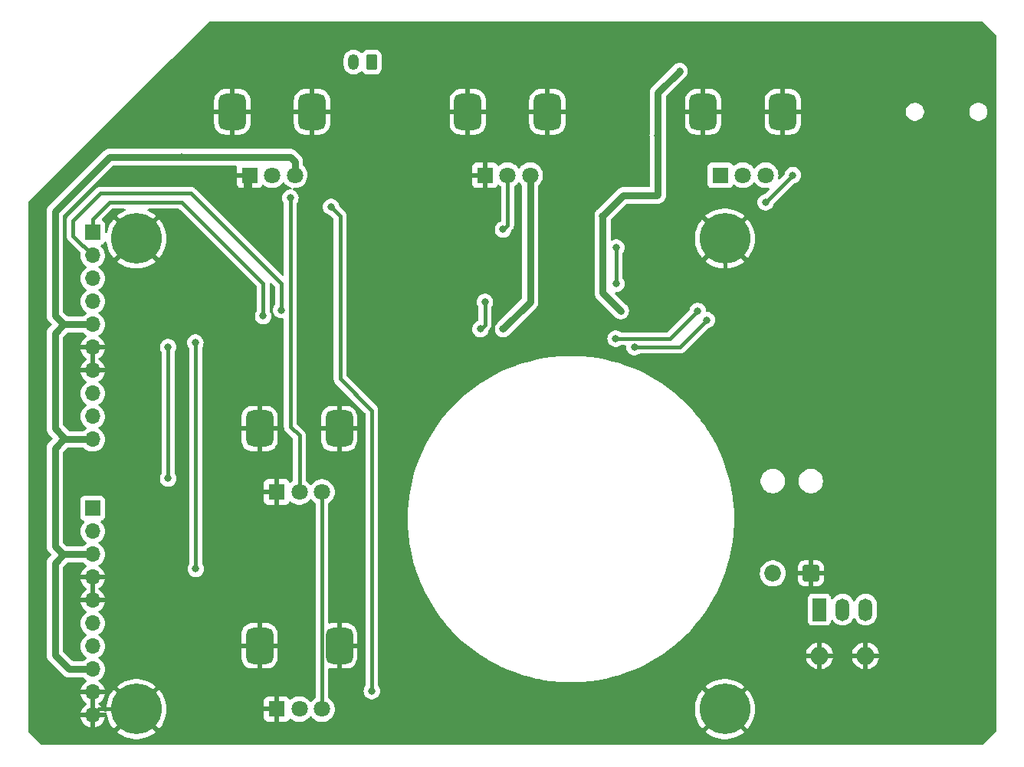
<source format=gbl>
G04 #@! TF.GenerationSoftware,KiCad,Pcbnew,8.0.6*
G04 #@! TF.CreationDate,2025-05-06T15:42:09+09:00*
G04 #@! TF.ProjectId,PCB,5043422e-6b69-4636-9164-5f7063625858,rev?*
G04 #@! TF.SameCoordinates,Original*
G04 #@! TF.FileFunction,Copper,L2,Bot*
G04 #@! TF.FilePolarity,Positive*
%FSLAX46Y46*%
G04 Gerber Fmt 4.6, Leading zero omitted, Abs format (unit mm)*
G04 Created by KiCad (PCBNEW 8.0.6) date 2025-05-06 15:42:09*
%MOMM*%
%LPD*%
G01*
G04 APERTURE LIST*
G04 Aperture macros list*
%AMRoundRect*
0 Rectangle with rounded corners*
0 $1 Rounding radius*
0 $2 $3 $4 $5 $6 $7 $8 $9 X,Y pos of 4 corners*
0 Add a 4 corners polygon primitive as box body*
4,1,4,$2,$3,$4,$5,$6,$7,$8,$9,$2,$3,0*
0 Add four circle primitives for the rounded corners*
1,1,$1+$1,$2,$3*
1,1,$1+$1,$4,$5*
1,1,$1+$1,$6,$7*
1,1,$1+$1,$8,$9*
0 Add four rect primitives between the rounded corners*
20,1,$1+$1,$2,$3,$4,$5,0*
20,1,$1+$1,$4,$5,$6,$7,0*
20,1,$1+$1,$6,$7,$8,$9,0*
20,1,$1+$1,$8,$9,$2,$3,0*%
G04 Aperture macros list end*
G04 #@! TA.AperFunction,ComponentPad*
%ADD10RoundRect,0.250000X0.350000X0.625000X-0.350000X0.625000X-0.350000X-0.625000X0.350000X-0.625000X0*%
G04 #@! TD*
G04 #@! TA.AperFunction,ComponentPad*
%ADD11O,1.200000X1.750000*%
G04 #@! TD*
G04 #@! TA.AperFunction,ComponentPad*
%ADD12C,5.600000*%
G04 #@! TD*
G04 #@! TA.AperFunction,ComponentPad*
%ADD13R,1.800000X1.800000*%
G04 #@! TD*
G04 #@! TA.AperFunction,ComponentPad*
%ADD14C,1.800000*%
G04 #@! TD*
G04 #@! TA.AperFunction,ComponentPad*
%ADD15RoundRect,0.750000X0.750000X-1.250000X0.750000X1.250000X-0.750000X1.250000X-0.750000X-1.250000X0*%
G04 #@! TD*
G04 #@! TA.AperFunction,ComponentPad*
%ADD16O,1.700000X1.700000*%
G04 #@! TD*
G04 #@! TA.AperFunction,ComponentPad*
%ADD17R,1.700000X1.700000*%
G04 #@! TD*
G04 #@! TA.AperFunction,ComponentPad*
%ADD18RoundRect,0.250000X0.675000X0.675000X-0.675000X0.675000X-0.675000X-0.675000X0.675000X-0.675000X0*%
G04 #@! TD*
G04 #@! TA.AperFunction,ComponentPad*
%ADD19C,1.850000*%
G04 #@! TD*
G04 #@! TA.AperFunction,ComponentPad*
%ADD20R,1.500000X2.500000*%
G04 #@! TD*
G04 #@! TA.AperFunction,ComponentPad*
%ADD21O,1.500000X2.500000*%
G04 #@! TD*
G04 #@! TA.AperFunction,ComponentPad*
%ADD22O,2.000000X2.000000*%
G04 #@! TD*
G04 #@! TA.AperFunction,ViaPad*
%ADD23C,0.800000*%
G04 #@! TD*
G04 #@! TA.AperFunction,Conductor*
%ADD24C,0.400000*%
G04 #@! TD*
G04 #@! TA.AperFunction,Conductor*
%ADD25C,0.800000*%
G04 #@! TD*
G04 APERTURE END LIST*
D10*
X38000000Y45500000D03*
D11*
X36000000Y45500000D03*
D12*
X12000000Y-26000000D03*
X77000000Y-26000000D03*
X12000000Y26000000D03*
D13*
X24500000Y33000000D03*
D14*
X27000000Y33000000D03*
X29500000Y33000000D03*
D15*
X22600000Y40000000D03*
X31400000Y40000000D03*
X83400000Y40000000D03*
X74600000Y40000000D03*
D14*
X81500000Y33000000D03*
X79000000Y33000000D03*
D13*
X76500000Y33000000D03*
D12*
X77000000Y26000000D03*
D16*
X7160000Y3810000D03*
X7160000Y6350000D03*
X7160000Y8890000D03*
X7160000Y11430000D03*
X7160000Y13970000D03*
X7160000Y16510000D03*
X7160000Y19050000D03*
X7160000Y21590000D03*
X7160000Y24130000D03*
D17*
X7160000Y26670000D03*
D18*
X86500000Y-11000000D03*
D19*
X82300000Y-11000000D03*
D16*
X7160000Y-26670000D03*
X7160000Y-24130000D03*
X7160000Y-21590000D03*
X7160000Y-19050000D03*
X7160000Y-16510000D03*
X7160000Y-13970000D03*
X7160000Y-11430000D03*
X7160000Y-8890000D03*
X7160000Y-6350000D03*
D17*
X7160000Y-3810000D03*
D20*
X87460000Y-15000000D03*
D21*
X90000000Y-15000000D03*
X92540000Y-15000000D03*
D22*
X87460000Y-20080000D03*
X92540000Y-20080000D03*
D13*
X27500000Y-26000000D03*
D14*
X30000000Y-26000000D03*
X32500000Y-26000000D03*
D15*
X25600000Y-19000000D03*
X34400000Y-19000000D03*
D13*
X50500000Y33000000D03*
D14*
X53000000Y33000000D03*
X55500000Y33000000D03*
D15*
X48600000Y40000000D03*
X57400000Y40000000D03*
D13*
X27500000Y-2000000D03*
D14*
X30000000Y-2000000D03*
X32500000Y-2000000D03*
D15*
X25600000Y5000000D03*
X34400000Y5000000D03*
D23*
X74000000Y18000000D03*
X75000000Y17000000D03*
X58500000Y30500000D03*
X24000000Y30000000D03*
X28000000Y18100000D03*
X17000000Y35000000D03*
X81500000Y30000000D03*
X84500000Y33000000D03*
X41500000Y34000000D03*
X72000000Y44500000D03*
X52500000Y16000000D03*
X52500000Y27000000D03*
X63500000Y28500000D03*
X63500000Y47500000D03*
X55500000Y19000000D03*
X69595000Y37405000D03*
X15500000Y14000000D03*
X15500000Y-500000D03*
X18560000Y-10500000D03*
X38000000Y-24000000D03*
X38000000Y22000000D03*
X105400000Y45500000D03*
X100000000Y9500000D03*
X94500000Y45000000D03*
X95500000Y2000000D03*
X92325000Y39500000D03*
X104900000Y32500000D03*
X18500000Y14500000D03*
X29000000Y30500000D03*
X33500000Y29500000D03*
X65000000Y25000000D03*
X65000000Y21000000D03*
X65500000Y18000000D03*
X50000000Y16000000D03*
X50500000Y19000000D03*
X67000000Y14000000D03*
X64934314Y14934314D03*
X26000000Y17450000D03*
D24*
X70934314Y14934314D02*
X74000000Y18000000D01*
X64934314Y14934314D02*
X70934314Y14934314D01*
X72000000Y14000000D02*
X75000000Y17000000D01*
X67000000Y14000000D02*
X72000000Y14000000D01*
X58500000Y31000000D02*
X57400000Y32100000D01*
X58500000Y30500000D02*
X58500000Y31000000D01*
X57400000Y32100000D02*
X57400000Y40000000D01*
X8000000Y31000000D02*
X5000000Y28000000D01*
X18000000Y31000000D02*
X8000000Y31000000D01*
X5000000Y28000000D02*
X5000000Y26290000D01*
X28000000Y21000000D02*
X18000000Y31000000D01*
X28000000Y18100000D02*
X28000000Y21000000D01*
X5000000Y26290000D02*
X7160000Y24130000D01*
X24000000Y30000000D02*
X24000000Y32500000D01*
X24000000Y32500000D02*
X24500000Y33000000D01*
X9000000Y30000000D02*
X17000000Y30000000D01*
X26000000Y21000000D02*
X26000000Y17450000D01*
X7160000Y26670000D02*
X7160000Y28160000D01*
X7160000Y28160000D02*
X9000000Y30000000D01*
X17000000Y30000000D02*
X26000000Y21000000D01*
X7160000Y26670000D02*
X7745000Y27255000D01*
D25*
X9000000Y35000000D02*
X17000000Y35000000D01*
X3000000Y29000000D02*
X9000000Y35000000D01*
X3000000Y17510000D02*
X3000000Y29000000D01*
X4000000Y16510000D02*
X3000000Y17510000D01*
X3000000Y15510000D02*
X4000000Y16510000D01*
X3000000Y5000000D02*
X3000000Y15510000D01*
X4000000Y4000000D02*
X3000000Y5000000D01*
X4000000Y3810000D02*
X4000000Y4000000D01*
X3000000Y2810000D02*
X4000000Y3810000D01*
X3000000Y-8000000D02*
X3000000Y2810000D01*
X3890000Y-8890000D02*
X3000000Y-8000000D01*
X4000000Y-8890000D02*
X3890000Y-8890000D01*
X3000000Y-9890000D02*
X4000000Y-8890000D01*
X4590000Y-21590000D02*
X3000000Y-20000000D01*
X7160000Y-21590000D02*
X4590000Y-21590000D01*
X3000000Y-20000000D02*
X3000000Y-9890000D01*
X29000000Y35000000D02*
X17000000Y35000000D01*
X29500000Y34500000D02*
X29000000Y35000000D01*
X29500000Y33000000D02*
X29500000Y34500000D01*
D24*
X84500000Y33000000D02*
X81500000Y30000000D01*
X41500000Y34000000D02*
X41500000Y32500000D01*
X41500000Y32500000D02*
X41000000Y32000000D01*
X41000000Y32000000D02*
X41000000Y22000000D01*
X41000000Y22000000D02*
X38000000Y22000000D01*
D25*
X69595000Y42095000D02*
X72000000Y44500000D01*
X69595000Y37405000D02*
X69595000Y42095000D01*
D24*
X74600000Y28400000D02*
X74600000Y40000000D01*
X77000000Y26000000D02*
X74600000Y28400000D01*
D25*
X55500000Y19000000D02*
X52500000Y16000000D01*
D24*
X53000000Y27500000D02*
X52500000Y27000000D01*
X53000000Y33000000D02*
X53000000Y27500000D01*
D25*
X63500000Y28500000D02*
X65750000Y30750000D01*
X65750000Y30750000D02*
X69500000Y30750000D01*
X63500000Y20000000D02*
X63500000Y28500000D01*
D24*
X63500000Y40500000D02*
X63000000Y40000000D01*
X63000000Y40000000D02*
X57400000Y40000000D01*
X63500000Y47500000D02*
X63500000Y40500000D01*
D25*
X69595000Y30845000D02*
X69500000Y30750000D01*
X69595000Y37405000D02*
X69595000Y30845000D01*
X55500000Y33000000D02*
X55500000Y19000000D01*
D24*
X15500000Y-500000D02*
X15500000Y14000000D01*
X18560000Y-10500000D02*
X18560000Y14440000D01*
X18560000Y14440000D02*
X18500000Y14500000D01*
X25500000Y2000000D02*
X25600000Y2100000D01*
X25500000Y1500000D02*
X25500000Y2000000D01*
X25600000Y2100000D02*
X25600000Y5000000D01*
X27500000Y-500000D02*
X25500000Y1500000D01*
X27500000Y-2000000D02*
X27500000Y-500000D01*
X29000000Y5226346D02*
X30000000Y4226346D01*
X30000000Y4226346D02*
X30000000Y-2000000D01*
X29000000Y30500000D02*
X29000000Y5226346D01*
X38000000Y-24000000D02*
X38000000Y7000000D01*
X38000000Y7000000D02*
X34500000Y10500000D01*
X32500000Y-26000000D02*
X32500000Y-2000000D01*
X7160000Y-24130000D02*
X7160000Y-26670000D01*
X100000000Y9500000D02*
X95500000Y9500000D01*
X9970000Y13970000D02*
X10000000Y14000000D01*
X100000000Y9500000D02*
X100000000Y20000000D01*
X100000000Y20000000D02*
X100000000Y32500000D01*
X9000000Y11000000D02*
X8570000Y11430000D01*
X7160000Y-11430000D02*
X7160000Y-13970000D01*
X10000000Y-14000000D02*
X9970000Y-13970000D01*
X10000000Y-14000000D02*
X10000000Y11000000D01*
X94900000Y45500000D02*
X94400000Y45000000D01*
X105400000Y45500000D02*
X94900000Y45500000D01*
X7160000Y13970000D02*
X9970000Y13970000D01*
X95500000Y9500000D02*
X95500000Y2000000D01*
X7830000Y-26000000D02*
X7160000Y-26670000D01*
X95500000Y2000000D02*
X91000000Y2000000D01*
X8570000Y11430000D02*
X7160000Y11430000D01*
X9970000Y-13970000D02*
X7160000Y-13970000D01*
X100000000Y32500000D02*
X104900000Y32500000D01*
X10000000Y11000000D02*
X9000000Y11000000D01*
X12000000Y-26000000D02*
X7830000Y-26000000D01*
X77000000Y20000000D02*
X100000000Y20000000D01*
X77000000Y26000000D02*
X77000000Y20000000D01*
X10000000Y14000000D02*
X10000000Y11000000D01*
X34500000Y10500000D02*
X34500000Y28500000D01*
X34500000Y28500000D02*
X33500000Y29500000D01*
X65000000Y25000000D02*
X65000000Y21000000D01*
D25*
X65500000Y18000000D02*
X63500000Y20000000D01*
X7460000Y3810000D02*
X4000000Y3810000D01*
D24*
X50500000Y19000000D02*
X50500000Y16500000D01*
D25*
X7460000Y-8890000D02*
X4000000Y-8890000D01*
D24*
X50500000Y16500000D02*
X50000000Y16000000D01*
D25*
X7460000Y16510000D02*
X4000000Y16510000D01*
G04 #@! TA.AperFunction,Conductor*
G36*
X7414000Y-26239297D02*
G01*
X7352993Y-26204075D01*
X7225826Y-26170000D01*
X7094174Y-26170000D01*
X6967007Y-26204075D01*
X6906000Y-26239297D01*
X6906000Y-24560702D01*
X6967007Y-24595925D01*
X7094174Y-24630000D01*
X7225826Y-24630000D01*
X7352993Y-24595925D01*
X7414000Y-24560702D01*
X7414000Y-26239297D01*
G37*
G04 #@! TD.AperFunction*
G04 #@! TA.AperFunction,Conductor*
G36*
X6162705Y-9818502D02*
G01*
X6187282Y-9839160D01*
X6198790Y-9851660D01*
X6236762Y-9892908D01*
X6283309Y-9929137D01*
X6414424Y-10031189D01*
X6448205Y-10049470D01*
X6498596Y-10099482D01*
X6513949Y-10168799D01*
X6489389Y-10235412D01*
X6448209Y-10271096D01*
X6414704Y-10289228D01*
X6414698Y-10289232D01*
X6237097Y-10427465D01*
X6084674Y-10593041D01*
X5961580Y-10781451D01*
X5871179Y-10987543D01*
X5871176Y-10987550D01*
X5823455Y-11175999D01*
X5823456Y-11176000D01*
X6729297Y-11176000D01*
X6694075Y-11237007D01*
X6660000Y-11364174D01*
X6660000Y-11495826D01*
X6694075Y-11622993D01*
X6729297Y-11684000D01*
X5823455Y-11684000D01*
X5871176Y-11872449D01*
X5871179Y-11872456D01*
X5961580Y-12078548D01*
X6084674Y-12266958D01*
X6237097Y-12432534D01*
X6414698Y-12570767D01*
X6414699Y-12570768D01*
X6448734Y-12589187D01*
X6499123Y-12639201D01*
X6514475Y-12708518D01*
X6489913Y-12775130D01*
X6448734Y-12810813D01*
X6414699Y-12829231D01*
X6414698Y-12829232D01*
X6237097Y-12967465D01*
X6084674Y-13133041D01*
X5961580Y-13321451D01*
X5871179Y-13527543D01*
X5871176Y-13527550D01*
X5823455Y-13715999D01*
X5823456Y-13716000D01*
X6729297Y-13716000D01*
X6694075Y-13777007D01*
X6660000Y-13904174D01*
X6660000Y-14035826D01*
X6694075Y-14162993D01*
X6729297Y-14224000D01*
X5823455Y-14224000D01*
X5871176Y-14412449D01*
X5871179Y-14412456D01*
X5961580Y-14618548D01*
X6084674Y-14806958D01*
X6237097Y-14972534D01*
X6414698Y-15110767D01*
X6414704Y-15110771D01*
X6448207Y-15128902D01*
X6498597Y-15178915D01*
X6513949Y-15248232D01*
X6489388Y-15314845D01*
X6448207Y-15350528D01*
X6414430Y-15368807D01*
X6414424Y-15368811D01*
X6236762Y-15507091D01*
X6084279Y-15672729D01*
X6084275Y-15672734D01*
X5961141Y-15861206D01*
X5870703Y-16067386D01*
X5870702Y-16067387D01*
X5815437Y-16285624D01*
X5815436Y-16285630D01*
X5815436Y-16285632D01*
X5796844Y-16510000D01*
X5809795Y-16666298D01*
X5815437Y-16734375D01*
X5870702Y-16952612D01*
X5870703Y-16952613D01*
X5961141Y-17158793D01*
X6084275Y-17347265D01*
X6084279Y-17347270D01*
X6236762Y-17512908D01*
X6287508Y-17552405D01*
X6414424Y-17651189D01*
X6447680Y-17669186D01*
X6498071Y-17719200D01*
X6513423Y-17788516D01*
X6488862Y-17855129D01*
X6447680Y-17890813D01*
X6414426Y-17908810D01*
X6414424Y-17908811D01*
X6236762Y-18047091D01*
X6084279Y-18212729D01*
X6084275Y-18212734D01*
X5961141Y-18401206D01*
X5870703Y-18607386D01*
X5870702Y-18607387D01*
X5815437Y-18825624D01*
X5815436Y-18825630D01*
X5815436Y-18825632D01*
X5796844Y-19050000D01*
X5813748Y-19254000D01*
X5815437Y-19274375D01*
X5870702Y-19492612D01*
X5870703Y-19492613D01*
X5870704Y-19492616D01*
X5928197Y-19623687D01*
X5961141Y-19698793D01*
X6084275Y-19887265D01*
X6084279Y-19887270D01*
X6236762Y-20052908D01*
X6283748Y-20089479D01*
X6414424Y-20191189D01*
X6447680Y-20209186D01*
X6498071Y-20259200D01*
X6513423Y-20328516D01*
X6488862Y-20395129D01*
X6447680Y-20430813D01*
X6414426Y-20448810D01*
X6414424Y-20448811D01*
X6236762Y-20587091D01*
X6187285Y-20640838D01*
X6126431Y-20677409D01*
X6094584Y-20681500D01*
X5018503Y-20681500D01*
X4950382Y-20661498D01*
X4929408Y-20644595D01*
X3945405Y-19660592D01*
X3911379Y-19598280D01*
X3908500Y-19571497D01*
X3908500Y-10318503D01*
X3928502Y-10250382D01*
X3945405Y-10229408D01*
X4339408Y-9835405D01*
X4401720Y-9801379D01*
X4428503Y-9798500D01*
X6094584Y-9798500D01*
X6162705Y-9818502D01*
G37*
G04 #@! TD.AperFunction*
G04 #@! TA.AperFunction,Conductor*
G36*
X7414000Y-13539297D02*
G01*
X7352993Y-13504075D01*
X7225826Y-13470000D01*
X7094174Y-13470000D01*
X6967007Y-13504075D01*
X6906000Y-13539297D01*
X6906000Y-11860702D01*
X6967007Y-11895925D01*
X7094174Y-11930000D01*
X7225826Y-11930000D01*
X7352993Y-11895925D01*
X7414000Y-11860702D01*
X7414000Y-13539297D01*
G37*
G04 #@! TD.AperFunction*
G04 #@! TA.AperFunction,Conductor*
G36*
X6162705Y15581498D02*
G01*
X6187285Y15560838D01*
X6236762Y15507092D01*
X6282804Y15471256D01*
X6414424Y15368811D01*
X6448205Y15350530D01*
X6498596Y15300518D01*
X6513949Y15231201D01*
X6489389Y15164588D01*
X6448209Y15128904D01*
X6414704Y15110772D01*
X6414698Y15110768D01*
X6237097Y14972535D01*
X6084674Y14806959D01*
X5961580Y14618549D01*
X5871179Y14412457D01*
X5871176Y14412450D01*
X5823455Y14224001D01*
X5823456Y14224000D01*
X6729297Y14224000D01*
X6694075Y14162993D01*
X6660000Y14035826D01*
X6660000Y13904174D01*
X6694075Y13777007D01*
X6729297Y13716000D01*
X5823455Y13716000D01*
X5871176Y13527551D01*
X5871179Y13527544D01*
X5961580Y13321452D01*
X6084674Y13133042D01*
X6237097Y12967466D01*
X6414698Y12829233D01*
X6414699Y12829232D01*
X6448734Y12810813D01*
X6499123Y12760799D01*
X6514475Y12691482D01*
X6489913Y12624870D01*
X6448734Y12589187D01*
X6414699Y12570769D01*
X6414698Y12570768D01*
X6237097Y12432535D01*
X6084674Y12266959D01*
X5961580Y12078549D01*
X5871179Y11872457D01*
X5871176Y11872450D01*
X5823455Y11684001D01*
X5823456Y11684000D01*
X6729297Y11684000D01*
X6694075Y11622993D01*
X6660000Y11495826D01*
X6660000Y11364174D01*
X6694075Y11237007D01*
X6729297Y11176000D01*
X5823455Y11176000D01*
X5871176Y10987551D01*
X5871179Y10987544D01*
X5961580Y10781452D01*
X6084674Y10593042D01*
X6237097Y10427466D01*
X6414698Y10289233D01*
X6414704Y10289229D01*
X6448207Y10271098D01*
X6498597Y10221085D01*
X6513949Y10151768D01*
X6489388Y10085155D01*
X6448207Y10049472D01*
X6414430Y10031193D01*
X6414424Y10031189D01*
X6236762Y9892909D01*
X6084279Y9727271D01*
X6084275Y9727266D01*
X5961141Y9538794D01*
X5870703Y9332614D01*
X5870702Y9332613D01*
X5815437Y9114376D01*
X5815436Y9114370D01*
X5815436Y9114368D01*
X5804107Y8977646D01*
X5796844Y8890000D01*
X5815437Y8665625D01*
X5870702Y8447388D01*
X5870703Y8447387D01*
X5961141Y8241207D01*
X6084275Y8052735D01*
X6084279Y8052730D01*
X6236762Y7887092D01*
X6274134Y7858004D01*
X6414424Y7748811D01*
X6447680Y7730814D01*
X6498071Y7680800D01*
X6513423Y7611484D01*
X6488862Y7544871D01*
X6447680Y7509187D01*
X6414426Y7491190D01*
X6414424Y7491189D01*
X6236762Y7352909D01*
X6084279Y7187271D01*
X6084275Y7187266D01*
X5961141Y6998794D01*
X5870703Y6792614D01*
X5870702Y6792613D01*
X5815437Y6574376D01*
X5796844Y6350000D01*
X5815437Y6125625D01*
X5870702Y5907388D01*
X5870703Y5907387D01*
X5870704Y5907384D01*
X5961140Y5701209D01*
X5961141Y5701207D01*
X6084275Y5512735D01*
X6084279Y5512730D01*
X6236762Y5347092D01*
X6291331Y5304619D01*
X6414424Y5208811D01*
X6447680Y5190814D01*
X6498071Y5140800D01*
X6513423Y5071484D01*
X6488862Y5004871D01*
X6447680Y4969187D01*
X6414426Y4951190D01*
X6414424Y4951189D01*
X6236762Y4812909D01*
X6187285Y4759162D01*
X6126431Y4722591D01*
X6094584Y4718500D01*
X4618503Y4718500D01*
X4550382Y4738502D01*
X4529408Y4755405D01*
X3945405Y5339408D01*
X3911379Y5401720D01*
X3908500Y5428503D01*
X3908500Y15081497D01*
X3928502Y15149618D01*
X3945405Y15170592D01*
X4339408Y15564595D01*
X4401720Y15598621D01*
X4428503Y15601500D01*
X6094584Y15601500D01*
X6162705Y15581498D01*
G37*
G04 #@! TD.AperFunction*
G04 #@! TA.AperFunction,Conductor*
G36*
X7414000Y11860703D02*
G01*
X7352993Y11895925D01*
X7225826Y11930000D01*
X7094174Y11930000D01*
X6967007Y11895925D01*
X6906000Y11860703D01*
X6906000Y13539298D01*
X6967007Y13504075D01*
X7094174Y13470000D01*
X7225826Y13470000D01*
X7352993Y13504075D01*
X7414000Y13539298D01*
X7414000Y11860703D01*
G37*
G04 #@! TD.AperFunction*
G04 #@! TA.AperFunction,Conductor*
G36*
X23035213Y34071498D02*
G01*
X23081706Y34017842D01*
X23092369Y33952025D01*
X23092000Y33948604D01*
X23092000Y33254000D01*
X24069297Y33254000D01*
X24034075Y33192993D01*
X24000000Y33065826D01*
X24000000Y32934174D01*
X24034075Y32807007D01*
X24069297Y32746000D01*
X23092000Y32746000D01*
X23092000Y32051403D01*
X23098505Y31990907D01*
X23149555Y31854036D01*
X23149555Y31854035D01*
X23237095Y31737096D01*
X23354034Y31649556D01*
X23490906Y31598506D01*
X23551402Y31592001D01*
X23551415Y31592000D01*
X24246000Y31592000D01*
X24246000Y32569298D01*
X24307007Y32534075D01*
X24434174Y32500000D01*
X24565826Y32500000D01*
X24692993Y32534075D01*
X24754000Y32569298D01*
X24754000Y31592000D01*
X25448585Y31592000D01*
X25448597Y31592001D01*
X25509093Y31598506D01*
X25645964Y31649556D01*
X25645965Y31649556D01*
X25762904Y31737096D01*
X25850444Y31854035D01*
X25850445Y31854037D01*
X25864413Y31891487D01*
X25906959Y31948323D01*
X25973479Y31973135D01*
X26042853Y31958044D01*
X26059860Y31946888D01*
X26226983Y31816810D01*
X26432273Y31705713D01*
X26653049Y31629920D01*
X26883288Y31591500D01*
X26883292Y31591500D01*
X27116708Y31591500D01*
X27116712Y31591500D01*
X27346951Y31629920D01*
X27567727Y31705713D01*
X27773017Y31816810D01*
X27957220Y31960182D01*
X27985505Y31990907D01*
X28041147Y32051351D01*
X28115314Y32131917D01*
X28144517Y32176617D01*
X28198519Y32222704D01*
X28268867Y32232280D01*
X28333225Y32202304D01*
X28355481Y32176618D01*
X28384685Y32131919D01*
X28384687Y32131916D01*
X28542774Y31960187D01*
X28542778Y31960183D01*
X28583117Y31928786D01*
X28726983Y31816810D01*
X28932273Y31705713D01*
X28932276Y31705712D01*
X29083859Y31653673D01*
X29141794Y31612636D01*
X29168346Y31546791D01*
X29155084Y31477044D01*
X29106220Y31425539D01*
X29042947Y31408500D01*
X28904513Y31408500D01*
X28717711Y31368794D01*
X28543247Y31291118D01*
X28388744Y31178865D01*
X28260965Y31036952D01*
X28260958Y31036942D01*
X28165476Y30871562D01*
X28165473Y30871556D01*
X28164576Y30868794D01*
X28106457Y30689928D01*
X28086496Y30500000D01*
X28106457Y30310073D01*
X28120822Y30265864D01*
X28165473Y30128444D01*
X28165476Y30128439D01*
X28260958Y29963059D01*
X28264843Y29957712D01*
X28263233Y29956543D01*
X28289853Y29901075D01*
X28291500Y29880771D01*
X28291500Y22014662D01*
X28271498Y21946541D01*
X28217842Y21900048D01*
X28147568Y21889944D01*
X28082988Y21919438D01*
X28076405Y21925567D01*
X18451648Y31550324D01*
X18451642Y31550329D01*
X18407330Y31579937D01*
X18335601Y31627865D01*
X18244427Y31665631D01*
X18244426Y31665632D01*
X18206669Y31681271D01*
X18206663Y31681273D01*
X18206662Y31681273D01*
X18138221Y31694887D01*
X18138220Y31694888D01*
X18069787Y31708500D01*
X18069782Y31708500D01*
X18069781Y31708500D01*
X7930219Y31708500D01*
X7930216Y31708500D01*
X7793337Y31681273D01*
X7793332Y31681271D01*
X7739930Y31659152D01*
X7739930Y31659151D01*
X7664400Y31627865D01*
X7664398Y31627864D01*
X7548362Y31550331D01*
X7548355Y31550326D01*
X4449676Y28451649D01*
X4449671Y28451643D01*
X4372133Y28335599D01*
X4361562Y28310075D01*
X4361561Y28310072D01*
X4318729Y28206668D01*
X4318727Y28206663D01*
X4291500Y28069784D01*
X4291500Y26220214D01*
X4317101Y26091508D01*
X4318726Y26083341D01*
X4318726Y26083340D01*
X4372135Y25954399D01*
X4449671Y25838358D01*
X4449676Y25838352D01*
X5788700Y24499329D01*
X5822725Y24437017D01*
X5821750Y24379306D01*
X5815437Y24354375D01*
X5796844Y24130000D01*
X5815437Y23905625D01*
X5870702Y23687388D01*
X5870703Y23687387D01*
X5961141Y23481207D01*
X6084275Y23292735D01*
X6084279Y23292730D01*
X6236762Y23127092D01*
X6291331Y23084619D01*
X6414424Y22988811D01*
X6447680Y22970814D01*
X6498071Y22920800D01*
X6513423Y22851484D01*
X6488862Y22784871D01*
X6447680Y22749187D01*
X6414426Y22731190D01*
X6414424Y22731189D01*
X6236762Y22592909D01*
X6084279Y22427271D01*
X6084275Y22427266D01*
X5961141Y22238794D01*
X5870703Y22032614D01*
X5870702Y22032613D01*
X5815437Y21814376D01*
X5815436Y21814370D01*
X5815436Y21814368D01*
X5796844Y21590000D01*
X5814945Y21371555D01*
X5815437Y21365625D01*
X5870702Y21147388D01*
X5870703Y21147387D01*
X5961141Y20941207D01*
X6084275Y20752735D01*
X6084279Y20752730D01*
X6236762Y20587092D01*
X6291331Y20544619D01*
X6414424Y20448811D01*
X6447680Y20430814D01*
X6498071Y20380800D01*
X6513423Y20311484D01*
X6488862Y20244871D01*
X6447680Y20209187D01*
X6414426Y20191190D01*
X6414424Y20191189D01*
X6236762Y20052909D01*
X6084279Y19887271D01*
X6084275Y19887266D01*
X5961141Y19698794D01*
X5870703Y19492614D01*
X5870702Y19492613D01*
X5815437Y19274376D01*
X5815436Y19274370D01*
X5815436Y19274368D01*
X5796844Y19050000D01*
X5811859Y18868794D01*
X5815437Y18825625D01*
X5870702Y18607388D01*
X5870703Y18607387D01*
X5870704Y18607384D01*
X5948364Y18430336D01*
X5961141Y18401207D01*
X6084275Y18212735D01*
X6084279Y18212730D01*
X6236762Y18047092D01*
X6244530Y18041046D01*
X6414424Y17908811D01*
X6447680Y17890814D01*
X6498071Y17840800D01*
X6513423Y17771484D01*
X6488862Y17704871D01*
X6447680Y17669187D01*
X6414426Y17651190D01*
X6414424Y17651189D01*
X6236762Y17512909D01*
X6206765Y17480324D01*
X6190870Y17463056D01*
X6187285Y17459162D01*
X6126431Y17422591D01*
X6094584Y17418500D01*
X4428503Y17418500D01*
X4360382Y17438502D01*
X4339408Y17455405D01*
X3945405Y17849408D01*
X3911379Y17911720D01*
X3908500Y17938503D01*
X3908500Y28571497D01*
X3928502Y28639618D01*
X3945405Y28660592D01*
X9339408Y34054595D01*
X9401720Y34088621D01*
X9428503Y34091500D01*
X16904513Y34091500D01*
X16910521Y34091500D01*
X22967092Y34091500D01*
X23035213Y34071498D01*
G37*
G04 #@! TD.AperFunction*
G04 #@! TA.AperFunction,Conductor*
G36*
X10731885Y29271498D02*
G01*
X10778378Y29217842D01*
X10788482Y29147568D01*
X10758988Y29082988D01*
X10716670Y29051146D01*
X10448234Y28926954D01*
X10448227Y28926950D01*
X10140867Y28742018D01*
X10140861Y28742014D01*
X9855299Y28524933D01*
X9844502Y28514707D01*
X11062577Y27296632D01*
X10957670Y27220412D01*
X10779588Y27042330D01*
X10703368Y26937423D01*
X9488168Y28152623D01*
X9362654Y28004855D01*
X9161352Y27707957D01*
X9161350Y27707953D01*
X8993330Y27391031D01*
X8993326Y27391022D01*
X8860559Y27057802D01*
X8765907Y26716896D01*
X8728410Y26656610D01*
X8664272Y26626166D01*
X8593856Y26635231D01*
X8539520Y26680926D01*
X8518514Y26748744D01*
X8518500Y26750605D01*
X8518500Y27568633D01*
X8518499Y27568650D01*
X8511990Y27629197D01*
X8511988Y27629205D01*
X8460889Y27766203D01*
X8460887Y27766208D01*
X8373261Y27883262D01*
X8256207Y27970888D01*
X8256204Y27970889D01*
X8233528Y27979347D01*
X8176693Y28021895D01*
X8151883Y28088415D01*
X8166975Y28157789D01*
X8188464Y28186494D01*
X9256566Y29254595D01*
X9318878Y29288621D01*
X9345661Y29291500D01*
X10663764Y29291500D01*
X10731885Y29271498D01*
G37*
G04 #@! TD.AperFunction*
G04 #@! TA.AperFunction,Conductor*
G36*
X105505368Y49954498D02*
G01*
X105526342Y49937595D01*
X106937595Y48526343D01*
X106971620Y48464031D01*
X106974500Y48437248D01*
X106974500Y-28437247D01*
X106954498Y-28505368D01*
X106937595Y-28526342D01*
X105526342Y-29937595D01*
X105464030Y-29971621D01*
X105437247Y-29974500D01*
X1562752Y-29974500D01*
X1494631Y-29954498D01*
X1473657Y-29937595D01*
X62405Y-28526342D01*
X28379Y-28464030D01*
X25500Y-28437247D01*
X25500Y29089482D01*
X2091500Y29089482D01*
X2091500Y17420519D01*
X2126413Y17245000D01*
X2126415Y17244995D01*
X2132126Y17231207D01*
X2194897Y17079664D01*
X2248127Y17000000D01*
X2294321Y16930866D01*
X2294326Y16930860D01*
X2626091Y16599095D01*
X2660117Y16536783D01*
X2655052Y16465968D01*
X2626091Y16420905D01*
X2294326Y16089141D01*
X2294321Y16089135D01*
X2194897Y15940336D01*
X2126415Y15775006D01*
X2126413Y15775001D01*
X2091500Y15599482D01*
X2091500Y4910519D01*
X2118515Y4774704D01*
X2126413Y4735000D01*
X2194897Y4569664D01*
X2261330Y4470240D01*
X2294321Y4420866D01*
X2294326Y4420860D01*
X2721091Y3994095D01*
X2755117Y3931783D01*
X2750052Y3860968D01*
X2721091Y3815905D01*
X2294326Y3389141D01*
X2294321Y3389135D01*
X2194897Y3240336D01*
X2126415Y3075006D01*
X2126413Y3075001D01*
X2091500Y2899482D01*
X2091500Y2899479D01*
X2091500Y-7910521D01*
X2091500Y-8089479D01*
X2126413Y-8265000D01*
X2194897Y-8430336D01*
X2261330Y-8529760D01*
X2294321Y-8579134D01*
X2294326Y-8579140D01*
X2571091Y-8855905D01*
X2605117Y-8918217D01*
X2600052Y-8989032D01*
X2571091Y-9034095D01*
X2294326Y-9310859D01*
X2294321Y-9310865D01*
X2194897Y-9459664D01*
X2134448Y-9605601D01*
X2134447Y-9605602D01*
X2126415Y-9624992D01*
X2091500Y-9800518D01*
X2091500Y-9800521D01*
X2091500Y-19910521D01*
X2091500Y-20089479D01*
X2126413Y-20265000D01*
X2194897Y-20430336D01*
X2222758Y-20472032D01*
X2294321Y-20579134D01*
X2294326Y-20579140D01*
X4010859Y-22295673D01*
X4010865Y-22295678D01*
X4159664Y-22395103D01*
X4254015Y-22434184D01*
X4325000Y-22463587D01*
X4500521Y-22498500D01*
X6094584Y-22498500D01*
X6162705Y-22518502D01*
X6187282Y-22539160D01*
X6236760Y-22592906D01*
X6236762Y-22592908D01*
X6285140Y-22630562D01*
X6414424Y-22731189D01*
X6448205Y-22749470D01*
X6498596Y-22799482D01*
X6513949Y-22868799D01*
X6489389Y-22935412D01*
X6448209Y-22971096D01*
X6414704Y-22989228D01*
X6414698Y-22989232D01*
X6237097Y-23127465D01*
X6084674Y-23293041D01*
X5961580Y-23481451D01*
X5871179Y-23687543D01*
X5871176Y-23687550D01*
X5823455Y-23875999D01*
X5823456Y-23876000D01*
X6729297Y-23876000D01*
X6694075Y-23937007D01*
X6660000Y-24064174D01*
X6660000Y-24195826D01*
X6694075Y-24322993D01*
X6729297Y-24384000D01*
X5823455Y-24384000D01*
X5871176Y-24572449D01*
X5871179Y-24572456D01*
X5961580Y-24778548D01*
X6084674Y-24966958D01*
X6237097Y-25132534D01*
X6414698Y-25270767D01*
X6414699Y-25270768D01*
X6448734Y-25289187D01*
X6499123Y-25339201D01*
X6514475Y-25408518D01*
X6489913Y-25475130D01*
X6448734Y-25510813D01*
X6414699Y-25529231D01*
X6414698Y-25529232D01*
X6237097Y-25667465D01*
X6084674Y-25833041D01*
X5961580Y-26021451D01*
X5871179Y-26227543D01*
X5871176Y-26227550D01*
X5823455Y-26415999D01*
X5823456Y-26416000D01*
X6729297Y-26416000D01*
X6694075Y-26477007D01*
X6660000Y-26604174D01*
X6660000Y-26735826D01*
X6694075Y-26862993D01*
X6729297Y-26924000D01*
X5823455Y-26924000D01*
X5871176Y-27112449D01*
X5871179Y-27112456D01*
X5961580Y-27318548D01*
X6084674Y-27506958D01*
X6237097Y-27672534D01*
X6414698Y-27810767D01*
X6414699Y-27810768D01*
X6612628Y-27917882D01*
X6612630Y-27917883D01*
X6825483Y-27990955D01*
X6825492Y-27990957D01*
X6906000Y-28004391D01*
X6906000Y-27100702D01*
X6967007Y-27135925D01*
X7094174Y-27170000D01*
X7225826Y-27170000D01*
X7352993Y-27135925D01*
X7414000Y-27100702D01*
X7414000Y-28004390D01*
X7494507Y-27990957D01*
X7494516Y-27990955D01*
X7707369Y-27917883D01*
X7707371Y-27917882D01*
X7905300Y-27810768D01*
X7905301Y-27810767D01*
X8082902Y-27672534D01*
X8235325Y-27506958D01*
X8358419Y-27318548D01*
X8448820Y-27112456D01*
X8448823Y-27112449D01*
X8496544Y-26924000D01*
X7590703Y-26924000D01*
X7625925Y-26862993D01*
X7660000Y-26735826D01*
X7660000Y-26604174D01*
X7625925Y-26477007D01*
X7590703Y-26416000D01*
X8496543Y-26416000D01*
X8500731Y-26410619D01*
X8558356Y-26369148D01*
X8629255Y-26365414D01*
X8690917Y-26400604D01*
X8723765Y-26463545D01*
X8724503Y-26467625D01*
X8764593Y-26712163D01*
X8860559Y-27057801D01*
X8993326Y-27391021D01*
X8993330Y-27391030D01*
X9161350Y-27707952D01*
X9161352Y-27707956D01*
X9362654Y-28004854D01*
X9488167Y-28152621D01*
X10703367Y-26937421D01*
X10779588Y-27042330D01*
X10957670Y-27220412D01*
X11062576Y-27296631D01*
X9844502Y-28514705D01*
X9844502Y-28514706D01*
X9855297Y-28524932D01*
X9855300Y-28524934D01*
X10140849Y-28742005D01*
X10140867Y-28742017D01*
X10448227Y-28926949D01*
X10448234Y-28926953D01*
X10773766Y-29077561D01*
X10773785Y-29077569D01*
X11113706Y-29192101D01*
X11113723Y-29192106D01*
X11464022Y-29269213D01*
X11464050Y-29269218D01*
X11820637Y-29307999D01*
X11820653Y-29308000D01*
X12179347Y-29308000D01*
X12179362Y-29307999D01*
X12535949Y-29269218D01*
X12535977Y-29269213D01*
X12886276Y-29192106D01*
X12886293Y-29192101D01*
X13226214Y-29077569D01*
X13226233Y-29077561D01*
X13551765Y-28926953D01*
X13551772Y-28926949D01*
X13859132Y-28742017D01*
X13859138Y-28742013D01*
X14144701Y-28524932D01*
X14155495Y-28514706D01*
X14155495Y-28514704D01*
X12937422Y-27296631D01*
X13042330Y-27220412D01*
X13220412Y-27042330D01*
X13296631Y-26937422D01*
X14511830Y-28152621D01*
X14511831Y-28152621D01*
X14637340Y-28004862D01*
X14637342Y-28004858D01*
X14838647Y-27707956D01*
X14838649Y-27707952D01*
X15006669Y-27391030D01*
X15006673Y-27391021D01*
X15139440Y-27057801D01*
X15235407Y-26712162D01*
X15293438Y-26358183D01*
X15312859Y-26000003D01*
X15312859Y-25999996D01*
X15293438Y-25641816D01*
X15235407Y-25287837D01*
X15139440Y-24942198D01*
X15006673Y-24608978D01*
X15006669Y-24608969D01*
X14838649Y-24292047D01*
X14838647Y-24292043D01*
X14637348Y-23995150D01*
X14511830Y-23847378D01*
X13296631Y-25062577D01*
X13220412Y-24957670D01*
X13042330Y-24779588D01*
X12937422Y-24703367D01*
X14155496Y-23485293D01*
X14155496Y-23485292D01*
X14144702Y-23475067D01*
X14144699Y-23475065D01*
X13859150Y-23257994D01*
X13859132Y-23257982D01*
X13551772Y-23073050D01*
X13551765Y-23073046D01*
X13226233Y-22922438D01*
X13226214Y-22922430D01*
X12886293Y-22807898D01*
X12886276Y-22807893D01*
X12535977Y-22730786D01*
X12535949Y-22730781D01*
X12179362Y-22692000D01*
X11820637Y-22692000D01*
X11464050Y-22730781D01*
X11464022Y-22730786D01*
X11113723Y-22807893D01*
X11113706Y-22807898D01*
X10773785Y-22922430D01*
X10773766Y-22922438D01*
X10448234Y-23073046D01*
X10448227Y-23073050D01*
X10140867Y-23257982D01*
X10140861Y-23257986D01*
X9855299Y-23475067D01*
X9844502Y-23485293D01*
X11062577Y-24703368D01*
X10957670Y-24779588D01*
X10779588Y-24957670D01*
X10703368Y-25062577D01*
X9488168Y-23847377D01*
X9362654Y-23995145D01*
X9161352Y-24292043D01*
X9161350Y-24292047D01*
X8993330Y-24608969D01*
X8993326Y-24608978D01*
X8860559Y-24942198D01*
X8764592Y-25287837D01*
X8706561Y-25641816D01*
X8687141Y-25999996D01*
X8687141Y-26000004D01*
X8697608Y-26193061D01*
X8681323Y-26262164D01*
X8630263Y-26311494D01*
X8560640Y-26325387D01*
X8494557Y-26299434D01*
X8452996Y-26241873D01*
X8449647Y-26230808D01*
X8448820Y-26227541D01*
X8358419Y-26021451D01*
X8235325Y-25833041D01*
X8082902Y-25667465D01*
X7905301Y-25529232D01*
X7905300Y-25529231D01*
X7871267Y-25510814D01*
X7820876Y-25460801D01*
X7805524Y-25391484D01*
X7830085Y-25324871D01*
X7871267Y-25289186D01*
X7905300Y-25270768D01*
X7905301Y-25270767D01*
X8082902Y-25132534D01*
X8235325Y-24966958D01*
X8358419Y-24778548D01*
X8448820Y-24572456D01*
X8448823Y-24572449D01*
X8496544Y-24384000D01*
X7590703Y-24384000D01*
X7625925Y-24322993D01*
X7660000Y-24195826D01*
X7660000Y-24064174D01*
X7625925Y-23937007D01*
X7590703Y-23876000D01*
X8496544Y-23876000D01*
X8496544Y-23875999D01*
X8448823Y-23687550D01*
X8448820Y-23687543D01*
X8358419Y-23481451D01*
X8235325Y-23293041D01*
X8082902Y-23127465D01*
X7905301Y-22989232D01*
X7905300Y-22989231D01*
X7871791Y-22971097D01*
X7821401Y-22921083D01*
X7806050Y-22851766D01*
X7830612Y-22785153D01*
X7871790Y-22749472D01*
X7905576Y-22731189D01*
X8083240Y-22592906D01*
X8235722Y-22427268D01*
X8358860Y-22238791D01*
X8449296Y-22032616D01*
X8504564Y-21814368D01*
X8523156Y-21590000D01*
X8504564Y-21365632D01*
X8449296Y-21147384D01*
X8358860Y-20941209D01*
X8324726Y-20888963D01*
X8235724Y-20752734D01*
X8235720Y-20752729D01*
X8083237Y-20587091D01*
X7945774Y-20480099D01*
X7905576Y-20448811D01*
X7903327Y-20447594D01*
X7872320Y-20430814D01*
X7821929Y-20380802D01*
X7806576Y-20311485D01*
X7831136Y-20244872D01*
X7872320Y-20209186D01*
X7905576Y-20191189D01*
X8083240Y-20052906D01*
X8235722Y-19887268D01*
X8358860Y-19698791D01*
X8449296Y-19492616D01*
X8504564Y-19274368D01*
X8523156Y-19050000D01*
X8504564Y-18825632D01*
X8504562Y-18825624D01*
X8449297Y-18607387D01*
X8449296Y-18607386D01*
X8449296Y-18607384D01*
X8358860Y-18401209D01*
X8333594Y-18362537D01*
X8235724Y-18212734D01*
X8235720Y-18212729D01*
X8083237Y-18047091D01*
X8001382Y-17983381D01*
X7905576Y-17908811D01*
X7872319Y-17890813D01*
X7821929Y-17840802D01*
X7806576Y-17771485D01*
X7831136Y-17704872D01*
X7853616Y-17685393D01*
X23592000Y-17685393D01*
X23592000Y-18746000D01*
X24630932Y-18746000D01*
X24600000Y-18901509D01*
X24600000Y-19098491D01*
X24630932Y-19254000D01*
X23592000Y-19254000D01*
X23592000Y-20314606D01*
X23602467Y-20447594D01*
X23657794Y-20667167D01*
X23657797Y-20667176D01*
X23751441Y-20873340D01*
X23751444Y-20873346D01*
X23880394Y-21059473D01*
X23880408Y-21059490D01*
X24040509Y-21219591D01*
X24040526Y-21219605D01*
X24226653Y-21348555D01*
X24226659Y-21348558D01*
X24432823Y-21442202D01*
X24432832Y-21442205D01*
X24652405Y-21497532D01*
X24785393Y-21508000D01*
X25346000Y-21508000D01*
X25346000Y-19969067D01*
X25501509Y-20000000D01*
X25698491Y-20000000D01*
X25854000Y-19969067D01*
X25854000Y-21508000D01*
X26414607Y-21508000D01*
X26547594Y-21497532D01*
X26767167Y-21442205D01*
X26767176Y-21442202D01*
X26973340Y-21348558D01*
X26973346Y-21348555D01*
X27159473Y-21219605D01*
X27159490Y-21219591D01*
X27319591Y-21059490D01*
X27319605Y-21059473D01*
X27448555Y-20873346D01*
X27448558Y-20873340D01*
X27542202Y-20667176D01*
X27542205Y-20667167D01*
X27597532Y-20447594D01*
X27608000Y-20314606D01*
X27608000Y-19254000D01*
X26569068Y-19254000D01*
X26600000Y-19098491D01*
X26600000Y-18901509D01*
X26569068Y-18746000D01*
X27608000Y-18746000D01*
X27608000Y-17685393D01*
X27597532Y-17552405D01*
X27542205Y-17332832D01*
X27542202Y-17332823D01*
X27448558Y-17126659D01*
X27448555Y-17126653D01*
X27319605Y-16940526D01*
X27319591Y-16940509D01*
X27159490Y-16780408D01*
X27159473Y-16780394D01*
X26973346Y-16651444D01*
X26973340Y-16651441D01*
X26767176Y-16557797D01*
X26767167Y-16557794D01*
X26547594Y-16502467D01*
X26414607Y-16492000D01*
X25854000Y-16492000D01*
X25854000Y-18030932D01*
X25698491Y-18000000D01*
X25501509Y-18000000D01*
X25346000Y-18030932D01*
X25346000Y-16492000D01*
X24785393Y-16492000D01*
X24652405Y-16502467D01*
X24432832Y-16557794D01*
X24432823Y-16557797D01*
X24226659Y-16651441D01*
X24226653Y-16651444D01*
X24040526Y-16780394D01*
X24040509Y-16780408D01*
X23880408Y-16940509D01*
X23880394Y-16940526D01*
X23751444Y-17126653D01*
X23751441Y-17126659D01*
X23657797Y-17332823D01*
X23657794Y-17332832D01*
X23602467Y-17552405D01*
X23592000Y-17685393D01*
X7853616Y-17685393D01*
X7872320Y-17669186D01*
X7905576Y-17651189D01*
X8083240Y-17512906D01*
X8235722Y-17347268D01*
X8358860Y-17158791D01*
X8449296Y-16952616D01*
X8504564Y-16734368D01*
X8523156Y-16510000D01*
X8504564Y-16285632D01*
X8449296Y-16067384D01*
X8358860Y-15861209D01*
X8315408Y-15794700D01*
X8235724Y-15672734D01*
X8235720Y-15672729D01*
X8083237Y-15507091D01*
X8001382Y-15443381D01*
X7905576Y-15368811D01*
X7871792Y-15350528D01*
X7821402Y-15300516D01*
X7806050Y-15231199D01*
X7830610Y-15164586D01*
X7871793Y-15128901D01*
X7905300Y-15110767D01*
X7905301Y-15110767D01*
X8082902Y-14972534D01*
X8235325Y-14806958D01*
X8358419Y-14618548D01*
X8448820Y-14412456D01*
X8448823Y-14412449D01*
X8496544Y-14224000D01*
X7590703Y-14224000D01*
X7625925Y-14162993D01*
X7660000Y-14035826D01*
X7660000Y-13904174D01*
X7625925Y-13777007D01*
X7590703Y-13716000D01*
X8496544Y-13716000D01*
X8496544Y-13715999D01*
X8448823Y-13527550D01*
X8448820Y-13527543D01*
X8358419Y-13321451D01*
X8235325Y-13133041D01*
X8082902Y-12967465D01*
X7905301Y-12829232D01*
X7905300Y-12829231D01*
X7871267Y-12810814D01*
X7820876Y-12760801D01*
X7805524Y-12691484D01*
X7830085Y-12624871D01*
X7871267Y-12589186D01*
X7905300Y-12570768D01*
X7905301Y-12570767D01*
X8082902Y-12432534D01*
X8235325Y-12266958D01*
X8358419Y-12078548D01*
X8448820Y-11872456D01*
X8448823Y-11872449D01*
X8496544Y-11684000D01*
X7590703Y-11684000D01*
X7625925Y-11622993D01*
X7660000Y-11495826D01*
X7660000Y-11364174D01*
X7625925Y-11237007D01*
X7590703Y-11176000D01*
X8496544Y-11176000D01*
X8496544Y-11175999D01*
X8448823Y-10987550D01*
X8448820Y-10987543D01*
X8358419Y-10781451D01*
X8235325Y-10593041D01*
X8082902Y-10427465D01*
X7905301Y-10289232D01*
X7905300Y-10289231D01*
X7871791Y-10271097D01*
X7821401Y-10221083D01*
X7806050Y-10151766D01*
X7830612Y-10085153D01*
X7871790Y-10049472D01*
X7905576Y-10031189D01*
X8083240Y-9892906D01*
X8235722Y-9727268D01*
X8358860Y-9538791D01*
X8449296Y-9332616D01*
X8504564Y-9114368D01*
X8523156Y-8890000D01*
X8504564Y-8665632D01*
X8449296Y-8447384D01*
X8358860Y-8241209D01*
X8352140Y-8230924D01*
X8235724Y-8052734D01*
X8235720Y-8052729D01*
X8083237Y-7887091D01*
X8001382Y-7823381D01*
X7905576Y-7748811D01*
X7872319Y-7730813D01*
X7821929Y-7680802D01*
X7806576Y-7611485D01*
X7831136Y-7544872D01*
X7872320Y-7509186D01*
X7905576Y-7491189D01*
X8083240Y-7352906D01*
X8235722Y-7187268D01*
X8358860Y-6998791D01*
X8449296Y-6792616D01*
X8504564Y-6574368D01*
X8523156Y-6350000D01*
X8504564Y-6125632D01*
X8449296Y-5907384D01*
X8358860Y-5701209D01*
X8352140Y-5690924D01*
X8235724Y-5512734D01*
X8235719Y-5512729D01*
X8092524Y-5357179D01*
X8061103Y-5293514D01*
X8069090Y-5222968D01*
X8113948Y-5167939D01*
X8141183Y-5153789D01*
X8256204Y-5110889D01*
X8373261Y-5023261D01*
X8460889Y-4906204D01*
X8511989Y-4769201D01*
X8518500Y-4708638D01*
X8518500Y-2911362D01*
X8518499Y-2911350D01*
X8511990Y-2850803D01*
X8511988Y-2850795D01*
X8460889Y-2713797D01*
X8460887Y-2713792D01*
X8373261Y-2596738D01*
X8256207Y-2509112D01*
X8256202Y-2509110D01*
X8119204Y-2458011D01*
X8119196Y-2458009D01*
X8058649Y-2451500D01*
X8058638Y-2451500D01*
X6261362Y-2451500D01*
X6261350Y-2451500D01*
X6200803Y-2458009D01*
X6200795Y-2458011D01*
X6063797Y-2509110D01*
X6063792Y-2509112D01*
X5946738Y-2596738D01*
X5859112Y-2713792D01*
X5859110Y-2713797D01*
X5808011Y-2850795D01*
X5808009Y-2850803D01*
X5801500Y-2911350D01*
X5801500Y-4708649D01*
X5808009Y-4769196D01*
X5808011Y-4769204D01*
X5859110Y-4906202D01*
X5859112Y-4906207D01*
X5946738Y-5023261D01*
X6063791Y-5110886D01*
X6063792Y-5110886D01*
X6063796Y-5110889D01*
X6178810Y-5153787D01*
X6235642Y-5196332D01*
X6260453Y-5262852D01*
X6245362Y-5332226D01*
X6227475Y-5357179D01*
X6084280Y-5512729D01*
X6084275Y-5512734D01*
X5961141Y-5701206D01*
X5870703Y-5907386D01*
X5870702Y-5907387D01*
X5815437Y-6125624D01*
X5796844Y-6350000D01*
X5815437Y-6574375D01*
X5870702Y-6792612D01*
X5870703Y-6792613D01*
X5961141Y-6998793D01*
X6084275Y-7187265D01*
X6084279Y-7187270D01*
X6236762Y-7352908D01*
X6291331Y-7395381D01*
X6414424Y-7491189D01*
X6447680Y-7509186D01*
X6498071Y-7559200D01*
X6513423Y-7628516D01*
X6488862Y-7695129D01*
X6447680Y-7730813D01*
X6414426Y-7748810D01*
X6414424Y-7748811D01*
X6236762Y-7887091D01*
X6187285Y-7940838D01*
X6126431Y-7977409D01*
X6094584Y-7981500D01*
X4318503Y-7981500D01*
X4250382Y-7961498D01*
X4229408Y-7944595D01*
X3945405Y-7660592D01*
X3911379Y-7598280D01*
X3908500Y-7571497D01*
X3908500Y2381497D01*
X3928502Y2449618D01*
X3945405Y2470592D01*
X4339408Y2864595D01*
X4401720Y2898621D01*
X4428503Y2901500D01*
X6094584Y2901500D01*
X6162705Y2881498D01*
X6187285Y2860838D01*
X6236762Y2807092D01*
X6271062Y2780395D01*
X6414424Y2668811D01*
X6612426Y2561658D01*
X6612427Y2561658D01*
X6612428Y2561657D01*
X6724227Y2523277D01*
X6825365Y2488556D01*
X7047431Y2451500D01*
X7047435Y2451500D01*
X7272565Y2451500D01*
X7272569Y2451500D01*
X7494635Y2488556D01*
X7707574Y2561658D01*
X7905576Y2668811D01*
X8083240Y2807094D01*
X8235722Y2972732D01*
X8358860Y3161209D01*
X8449296Y3367384D01*
X8504564Y3585632D01*
X8523156Y3810000D01*
X8504564Y4034368D01*
X8449296Y4252616D01*
X8358860Y4458791D01*
X8291466Y4561946D01*
X8235724Y4647266D01*
X8235720Y4647271D01*
X8083237Y4812909D01*
X8001382Y4876619D01*
X7905576Y4951189D01*
X7872319Y4969187D01*
X7821929Y5019198D01*
X7806576Y5088515D01*
X7831136Y5155128D01*
X7872320Y5190814D01*
X7905576Y5208811D01*
X8083240Y5347094D01*
X8235722Y5512732D01*
X8358860Y5701209D01*
X8449296Y5907384D01*
X8504564Y6125632D01*
X8523156Y6350000D01*
X8504564Y6574368D01*
X8482485Y6661556D01*
X8449297Y6792613D01*
X8449296Y6792614D01*
X8449296Y6792616D01*
X8358860Y6998791D01*
X8312478Y7069784D01*
X8235724Y7187266D01*
X8235720Y7187271D01*
X8119570Y7313441D01*
X8083240Y7352906D01*
X8083239Y7352907D01*
X8083237Y7352909D01*
X8001382Y7416619D01*
X7905576Y7491189D01*
X7872319Y7509187D01*
X7821929Y7559198D01*
X7806576Y7628515D01*
X7831136Y7695128D01*
X7872320Y7730814D01*
X7905576Y7748811D01*
X8083240Y7887094D01*
X8235722Y8052732D01*
X8358860Y8241209D01*
X8449296Y8447384D01*
X8504564Y8665632D01*
X8523156Y8890000D01*
X8504564Y9114368D01*
X8449296Y9332616D01*
X8358860Y9538791D01*
X8352140Y9549076D01*
X8235724Y9727266D01*
X8235720Y9727271D01*
X8083237Y9892909D01*
X7978472Y9974451D01*
X7905576Y10031189D01*
X7871792Y10049472D01*
X7821402Y10099484D01*
X7806050Y10168801D01*
X7830610Y10235414D01*
X7871793Y10271099D01*
X7905300Y10289233D01*
X7905301Y10289233D01*
X8082902Y10427466D01*
X8235325Y10593042D01*
X8358419Y10781452D01*
X8448820Y10987544D01*
X8448823Y10987551D01*
X8496544Y11176000D01*
X7590703Y11176000D01*
X7625925Y11237007D01*
X7660000Y11364174D01*
X7660000Y11495826D01*
X7625925Y11622993D01*
X7590703Y11684000D01*
X8496544Y11684000D01*
X8496544Y11684001D01*
X8448823Y11872450D01*
X8448820Y11872457D01*
X8358419Y12078549D01*
X8235325Y12266959D01*
X8082902Y12432535D01*
X7905301Y12570768D01*
X7905300Y12570769D01*
X7871267Y12589186D01*
X7820876Y12639199D01*
X7805524Y12708516D01*
X7830085Y12775129D01*
X7871267Y12810814D01*
X7905300Y12829232D01*
X7905301Y12829233D01*
X8082902Y12967466D01*
X8235325Y13133042D01*
X8358419Y13321452D01*
X8448820Y13527544D01*
X8448823Y13527551D01*
X8496544Y13716000D01*
X7590703Y13716000D01*
X7625925Y13777007D01*
X7660000Y13904174D01*
X7660000Y14000000D01*
X14586496Y14000000D01*
X14606457Y13810073D01*
X14636526Y13717530D01*
X14665473Y13628444D01*
X14665476Y13628439D01*
X14760958Y13463059D01*
X14764843Y13457712D01*
X14763233Y13456543D01*
X14789853Y13401075D01*
X14791500Y13380771D01*
X14791500Y119230D01*
X14771498Y51109D01*
X14764791Y42324D01*
X14764842Y42287D01*
X14760957Y36941D01*
X14665476Y-128438D01*
X14665473Y-128445D01*
X14606457Y-310072D01*
X14586496Y-500000D01*
X14606457Y-689927D01*
X14631695Y-767599D01*
X14665473Y-871556D01*
X14665476Y-871561D01*
X14760958Y-1036941D01*
X14760965Y-1036951D01*
X14888744Y-1178864D01*
X14888747Y-1178866D01*
X15043248Y-1291118D01*
X15217712Y-1368794D01*
X15404513Y-1408500D01*
X15595487Y-1408500D01*
X15782288Y-1368794D01*
X15956752Y-1291118D01*
X16111253Y-1178866D01*
X16239040Y-1036944D01*
X16334527Y-871556D01*
X16393542Y-689928D01*
X16413504Y-500000D01*
X16393542Y-310072D01*
X16334527Y-128444D01*
X16256921Y5973D01*
X16239042Y36941D01*
X16235158Y42287D01*
X16236763Y43454D01*
X16210144Y98945D01*
X16208500Y119230D01*
X16208500Y13380771D01*
X16228502Y13448892D01*
X16235208Y13457675D01*
X16235157Y13457712D01*
X16239033Y13463050D01*
X16239040Y13463056D01*
X16334527Y13628444D01*
X16393542Y13810072D01*
X16413504Y14000000D01*
X16393542Y14189928D01*
X16334527Y14371556D01*
X16260370Y14500000D01*
X17586496Y14500000D01*
X17606457Y14310073D01*
X17633835Y14225814D01*
X17665473Y14128444D01*
X17665476Y14128439D01*
X17760961Y13963054D01*
X17819135Y13898447D01*
X17849853Y13834439D01*
X17851500Y13814135D01*
X17851500Y-9880770D01*
X17831498Y-9948891D01*
X17824791Y-9957676D01*
X17824842Y-9957713D01*
X17820957Y-9963059D01*
X17725476Y-10128438D01*
X17725473Y-10128445D01*
X17666457Y-10310072D01*
X17646496Y-10500000D01*
X17666457Y-10689927D01*
X17682417Y-10739044D01*
X17725473Y-10871556D01*
X17725476Y-10871561D01*
X17820958Y-11036941D01*
X17820965Y-11036951D01*
X17948744Y-11178864D01*
X17948747Y-11178866D01*
X18103248Y-11291118D01*
X18277712Y-11368794D01*
X18464513Y-11408500D01*
X18655487Y-11408500D01*
X18842288Y-11368794D01*
X19016752Y-11291118D01*
X19171253Y-11178866D01*
X19173834Y-11176000D01*
X19299034Y-11036951D01*
X19299035Y-11036949D01*
X19299040Y-11036944D01*
X19394527Y-10871556D01*
X19453542Y-10689928D01*
X19473504Y-10500000D01*
X19453542Y-10310072D01*
X19394527Y-10128444D01*
X19299040Y-9963056D01*
X19299039Y-9963054D01*
X19295158Y-9957713D01*
X19296763Y-9956546D01*
X19270144Y-9901055D01*
X19268500Y-9880770D01*
X19268500Y6314607D01*
X23592000Y6314607D01*
X23592000Y5254000D01*
X24630932Y5254000D01*
X24600000Y5098491D01*
X24600000Y4901509D01*
X24630932Y4746000D01*
X23592000Y4746000D01*
X23592000Y3685394D01*
X23602467Y3552406D01*
X23657794Y3332833D01*
X23657797Y3332824D01*
X23751441Y3126660D01*
X23751444Y3126654D01*
X23880394Y2940527D01*
X23880408Y2940510D01*
X24040509Y2780409D01*
X24040526Y2780395D01*
X24226653Y2651445D01*
X24226659Y2651442D01*
X24432823Y2557798D01*
X24432832Y2557795D01*
X24652405Y2502468D01*
X24785393Y2492000D01*
X25346000Y2492000D01*
X25346000Y4030933D01*
X25501509Y4000000D01*
X25698491Y4000000D01*
X25854000Y4030933D01*
X25854000Y2492000D01*
X26414607Y2492000D01*
X26547594Y2502468D01*
X26767167Y2557795D01*
X26767176Y2557798D01*
X26973340Y2651442D01*
X26973346Y2651445D01*
X27159473Y2780395D01*
X27159490Y2780409D01*
X27319591Y2940510D01*
X27319605Y2940527D01*
X27448555Y3126654D01*
X27448558Y3126660D01*
X27542202Y3332824D01*
X27542205Y3332833D01*
X27597532Y3552406D01*
X27608000Y3685394D01*
X27608000Y4746000D01*
X26569068Y4746000D01*
X26600000Y4901509D01*
X26600000Y5098491D01*
X26569068Y5254000D01*
X27608000Y5254000D01*
X27608000Y6314607D01*
X27597532Y6447595D01*
X27542205Y6667168D01*
X27542202Y6667177D01*
X27448558Y6873341D01*
X27448555Y6873347D01*
X27319605Y7059474D01*
X27319591Y7059491D01*
X27159490Y7219592D01*
X27159473Y7219606D01*
X26973346Y7348556D01*
X26973340Y7348559D01*
X26767176Y7442203D01*
X26767167Y7442206D01*
X26547594Y7497533D01*
X26414607Y7508000D01*
X25854000Y7508000D01*
X25854000Y5969068D01*
X25698491Y6000000D01*
X25501509Y6000000D01*
X25346000Y5969068D01*
X25346000Y7508000D01*
X24785393Y7508000D01*
X24652405Y7497533D01*
X24432832Y7442206D01*
X24432823Y7442203D01*
X24226659Y7348559D01*
X24226653Y7348556D01*
X24040526Y7219606D01*
X24040509Y7219592D01*
X23880408Y7059491D01*
X23880394Y7059474D01*
X23751444Y6873347D01*
X23751441Y6873341D01*
X23657797Y6667177D01*
X23657794Y6667168D01*
X23602467Y6447595D01*
X23592000Y6314607D01*
X19268500Y6314607D01*
X19268500Y13980322D01*
X19285382Y14043323D01*
X19334524Y14128439D01*
X19334523Y14128439D01*
X19334527Y14128444D01*
X19393542Y14310072D01*
X19413504Y14500000D01*
X19393542Y14689928D01*
X19334527Y14871556D01*
X19239040Y15036944D01*
X19239038Y15036946D01*
X19239034Y15036952D01*
X19111255Y15178865D01*
X18956752Y15291118D01*
X18782288Y15368794D01*
X18595487Y15408500D01*
X18404513Y15408500D01*
X18217711Y15368794D01*
X18043247Y15291118D01*
X17888744Y15178865D01*
X17760965Y15036952D01*
X17760958Y15036942D01*
X17665476Y14871562D01*
X17665473Y14871555D01*
X17606457Y14689928D01*
X17586496Y14500000D01*
X16260370Y14500000D01*
X16239040Y14536944D01*
X16239038Y14536946D01*
X16239034Y14536952D01*
X16111255Y14678865D01*
X15956752Y14791118D01*
X15782288Y14868794D01*
X15595487Y14908500D01*
X15404513Y14908500D01*
X15217711Y14868794D01*
X15043247Y14791118D01*
X14888744Y14678865D01*
X14760965Y14536952D01*
X14760958Y14536942D01*
X14665476Y14371562D01*
X14665473Y14371555D01*
X14606457Y14189928D01*
X14586496Y14000000D01*
X7660000Y14000000D01*
X7660000Y14035826D01*
X7625925Y14162993D01*
X7590703Y14224000D01*
X8496544Y14224000D01*
X8496544Y14224001D01*
X8448823Y14412450D01*
X8448820Y14412457D01*
X8358419Y14618549D01*
X8235325Y14806959D01*
X8082902Y14972535D01*
X7905301Y15110768D01*
X7905300Y15110769D01*
X7871791Y15128903D01*
X7821401Y15178917D01*
X7806050Y15248234D01*
X7830612Y15314847D01*
X7871790Y15350528D01*
X7905576Y15368811D01*
X8083240Y15507094D01*
X8235722Y15672732D01*
X8358860Y15861209D01*
X8449296Y16067384D01*
X8504564Y16285632D01*
X8523156Y16510000D01*
X8504564Y16734368D01*
X8470523Y16868794D01*
X8449297Y16952613D01*
X8449296Y16952614D01*
X8449296Y16952616D01*
X8358860Y17158791D01*
X8337490Y17191500D01*
X8235724Y17347266D01*
X8235720Y17347271D01*
X8083237Y17512909D01*
X7984594Y17589686D01*
X7905576Y17651189D01*
X7872319Y17669187D01*
X7821929Y17719198D01*
X7806576Y17788515D01*
X7831136Y17855128D01*
X7872320Y17890814D01*
X7905576Y17908811D01*
X8083240Y18047094D01*
X8235722Y18212732D01*
X8358860Y18401209D01*
X8449296Y18607384D01*
X8504564Y18825632D01*
X8523156Y19050000D01*
X8504564Y19274368D01*
X8467466Y19420866D01*
X8449297Y19492613D01*
X8449296Y19492614D01*
X8449296Y19492616D01*
X8358860Y19698791D01*
X8247792Y19868794D01*
X8235724Y19887266D01*
X8235720Y19887271D01*
X8083237Y20052909D01*
X7982640Y20131207D01*
X7905576Y20191189D01*
X7872319Y20209187D01*
X7821929Y20259198D01*
X7806576Y20328515D01*
X7831136Y20395128D01*
X7872320Y20430814D01*
X7905576Y20448811D01*
X8083240Y20587094D01*
X8235722Y20752732D01*
X8358860Y20941209D01*
X8449296Y21147384D01*
X8504564Y21365632D01*
X8523156Y21590000D01*
X8504564Y21814368D01*
X8449296Y22032616D01*
X8358860Y22238791D01*
X8352140Y22249076D01*
X8235724Y22427266D01*
X8235720Y22427271D01*
X8083237Y22592909D01*
X7955924Y22692001D01*
X7905576Y22731189D01*
X7872319Y22749187D01*
X7821929Y22799198D01*
X7806576Y22868515D01*
X7831136Y22935128D01*
X7872320Y22970814D01*
X7905576Y22988811D01*
X8083240Y23127094D01*
X8235722Y23292732D01*
X8358860Y23481209D01*
X8449296Y23687384D01*
X8504564Y23905632D01*
X8523156Y24130000D01*
X8504564Y24354368D01*
X8478394Y24457712D01*
X8449297Y24572613D01*
X8449296Y24572614D01*
X8449296Y24572616D01*
X8358860Y24778791D01*
X8338423Y24810072D01*
X8235724Y24967266D01*
X8235719Y24967271D01*
X8092524Y25122821D01*
X8061103Y25186486D01*
X8069090Y25257032D01*
X8113948Y25312061D01*
X8141183Y25326211D01*
X8256204Y25369111D01*
X8373261Y25456739D01*
X8460887Y25573793D01*
X8460888Y25573795D01*
X8460887Y25573795D01*
X8460889Y25573796D01*
X8473605Y25607891D01*
X8516150Y25664724D01*
X8582670Y25689536D01*
X8652044Y25674445D01*
X8702247Y25624243D01*
X8716000Y25584242D01*
X8764593Y25287837D01*
X8860559Y24942199D01*
X8993326Y24608979D01*
X8993330Y24608970D01*
X9161350Y24292048D01*
X9161352Y24292044D01*
X9362654Y23995146D01*
X9488167Y23847379D01*
X10703367Y25062579D01*
X10779588Y24957670D01*
X10957670Y24779588D01*
X11062576Y24703369D01*
X9844502Y23485295D01*
X9844502Y23485294D01*
X9855297Y23475068D01*
X9855300Y23475066D01*
X10140849Y23257995D01*
X10140867Y23257983D01*
X10448227Y23073051D01*
X10448234Y23073047D01*
X10773766Y22922439D01*
X10773785Y22922431D01*
X11113706Y22807899D01*
X11113723Y22807894D01*
X11464022Y22730787D01*
X11464050Y22730782D01*
X11820637Y22692001D01*
X11820653Y22692000D01*
X12179347Y22692000D01*
X12179362Y22692001D01*
X12535949Y22730782D01*
X12535977Y22730787D01*
X12886276Y22807894D01*
X12886293Y22807899D01*
X13226214Y22922431D01*
X13226233Y22922439D01*
X13551765Y23073047D01*
X13551772Y23073051D01*
X13859132Y23257983D01*
X13859138Y23257987D01*
X14144701Y23475068D01*
X14155495Y23485294D01*
X14155495Y23485296D01*
X12937422Y24703369D01*
X13042330Y24779588D01*
X13220412Y24957670D01*
X13296631Y25062578D01*
X14511830Y23847379D01*
X14511831Y23847379D01*
X14637340Y23995138D01*
X14637342Y23995142D01*
X14838647Y24292044D01*
X14838649Y24292048D01*
X15006669Y24608970D01*
X15006673Y24608979D01*
X15139440Y24942199D01*
X15235407Y25287838D01*
X15293438Y25641817D01*
X15312859Y25999997D01*
X15312859Y26000004D01*
X15293438Y26358184D01*
X15235407Y26712163D01*
X15139440Y27057802D01*
X15006673Y27391022D01*
X15006669Y27391031D01*
X14838649Y27707953D01*
X14838647Y27707957D01*
X14637348Y28004850D01*
X14511830Y28152622D01*
X13296631Y26937423D01*
X13220412Y27042330D01*
X13042330Y27220412D01*
X12937422Y27296633D01*
X14155496Y28514707D01*
X14155496Y28514708D01*
X14144702Y28524933D01*
X14144699Y28524935D01*
X13859150Y28742006D01*
X13859132Y28742018D01*
X13551772Y28926950D01*
X13551765Y28926954D01*
X13283330Y29051146D01*
X13229904Y29097902D01*
X13210238Y29166121D01*
X13230575Y29234142D01*
X13284459Y29280370D01*
X13336236Y29291500D01*
X16654339Y29291500D01*
X16722460Y29271498D01*
X16743434Y29254595D01*
X25254595Y20743434D01*
X25288621Y20681122D01*
X25291500Y20654339D01*
X25291500Y18069230D01*
X25271498Y18001109D01*
X25264791Y17992324D01*
X25264842Y17992287D01*
X25260957Y17986941D01*
X25165476Y17821562D01*
X25165473Y17821555D01*
X25106457Y17639928D01*
X25086496Y17450000D01*
X25106457Y17260073D01*
X25129249Y17189928D01*
X25165473Y17078444D01*
X25165476Y17078439D01*
X25260958Y16913059D01*
X25260965Y16913049D01*
X25388744Y16771136D01*
X25388747Y16771134D01*
X25543248Y16658882D01*
X25717712Y16581206D01*
X25904513Y16541500D01*
X26095487Y16541500D01*
X26282288Y16581206D01*
X26456752Y16658882D01*
X26611253Y16771134D01*
X26698800Y16868365D01*
X26739034Y16913049D01*
X26739035Y16913051D01*
X26739040Y16913056D01*
X26834527Y17078444D01*
X26893542Y17260072D01*
X26913504Y17450000D01*
X26893542Y17639928D01*
X26834527Y17821556D01*
X26770869Y17931815D01*
X26739042Y17986941D01*
X26735158Y17992287D01*
X26736763Y17993454D01*
X26710144Y18048945D01*
X26708500Y18069230D01*
X26708500Y20985340D01*
X26728502Y21053461D01*
X26782158Y21099954D01*
X26852432Y21110058D01*
X26917012Y21080564D01*
X26923595Y21074435D01*
X27254595Y20743435D01*
X27288621Y20681123D01*
X27291500Y20654340D01*
X27291500Y18719230D01*
X27271498Y18651109D01*
X27264791Y18642324D01*
X27264842Y18642287D01*
X27260957Y18636941D01*
X27165476Y18471562D01*
X27165473Y18471556D01*
X27153018Y18433225D01*
X27106457Y18289928D01*
X27086496Y18100000D01*
X27106457Y17910073D01*
X27126169Y17849408D01*
X27165473Y17728444D01*
X27165476Y17728439D01*
X27260958Y17563059D01*
X27260965Y17563049D01*
X27388744Y17421136D01*
X27389593Y17420519D01*
X27543248Y17308882D01*
X27717712Y17231206D01*
X27904513Y17191500D01*
X28095490Y17191500D01*
X28139301Y17200813D01*
X28210092Y17195412D01*
X28266725Y17152596D01*
X28291220Y17085959D01*
X28291500Y17077567D01*
X28291500Y5156562D01*
X28318727Y5019685D01*
X28318729Y5019680D01*
X28372135Y4890745D01*
X28424145Y4812906D01*
X28449672Y4774703D01*
X28861838Y4362537D01*
X29254595Y3969781D01*
X29288620Y3907468D01*
X29291500Y3880685D01*
X29291500Y-706815D01*
X29271498Y-774936D01*
X29230623Y-812854D01*
X29231346Y-813960D01*
X29226983Y-816810D01*
X29059860Y-946888D01*
X28993818Y-972944D01*
X28924172Y-959159D01*
X28873036Y-909909D01*
X28864413Y-891487D01*
X28850445Y-854036D01*
X28850444Y-854034D01*
X28762904Y-737095D01*
X28645965Y-649555D01*
X28509093Y-598505D01*
X28448597Y-592000D01*
X27754000Y-592000D01*
X27754000Y-1569297D01*
X27692993Y-1534075D01*
X27565826Y-1500000D01*
X27434174Y-1500000D01*
X27307007Y-1534075D01*
X27246000Y-1569297D01*
X27246000Y-592000D01*
X26551402Y-592000D01*
X26490906Y-598505D01*
X26354035Y-649555D01*
X26354034Y-649555D01*
X26237095Y-737095D01*
X26149555Y-854034D01*
X26149555Y-854035D01*
X26098505Y-990906D01*
X26092000Y-1051402D01*
X26092000Y-1746000D01*
X27069297Y-1746000D01*
X27034075Y-1807007D01*
X27000000Y-1934174D01*
X27000000Y-2065826D01*
X27034075Y-2192993D01*
X27069297Y-2254000D01*
X26092000Y-2254000D01*
X26092000Y-2948597D01*
X26098505Y-3009093D01*
X26149555Y-3145964D01*
X26149555Y-3145965D01*
X26237095Y-3262904D01*
X26354034Y-3350444D01*
X26490906Y-3401494D01*
X26551402Y-3407999D01*
X26551415Y-3408000D01*
X27246000Y-3408000D01*
X27246000Y-2430702D01*
X27307007Y-2465925D01*
X27434174Y-2500000D01*
X27565826Y-2500000D01*
X27692993Y-2465925D01*
X27754000Y-2430702D01*
X27754000Y-3408000D01*
X28448585Y-3408000D01*
X28448597Y-3407999D01*
X28509093Y-3401494D01*
X28645964Y-3350444D01*
X28645965Y-3350444D01*
X28762904Y-3262904D01*
X28850444Y-3145965D01*
X28850445Y-3145963D01*
X28864413Y-3108513D01*
X28906959Y-3051677D01*
X28973479Y-3026865D01*
X29042853Y-3041956D01*
X29059860Y-3053112D01*
X29226983Y-3183190D01*
X29432273Y-3294287D01*
X29653049Y-3370080D01*
X29883288Y-3408500D01*
X29883292Y-3408500D01*
X30116708Y-3408500D01*
X30116712Y-3408500D01*
X30346951Y-3370080D01*
X30567727Y-3294287D01*
X30773017Y-3183190D01*
X30957220Y-3039818D01*
X30985505Y-3009093D01*
X31041195Y-2948597D01*
X31115314Y-2868083D01*
X31144517Y-2823383D01*
X31198519Y-2777296D01*
X31268867Y-2767720D01*
X31333225Y-2797696D01*
X31355481Y-2823382D01*
X31384686Y-2868083D01*
X31384687Y-2868084D01*
X31542774Y-3039813D01*
X31542778Y-3039817D01*
X31619588Y-3099600D01*
X31726983Y-3183190D01*
X31726988Y-3183193D01*
X31731347Y-3186041D01*
X31730486Y-3187358D01*
X31775847Y-3232360D01*
X31791500Y-3293184D01*
X31791500Y-24706815D01*
X31771498Y-24774936D01*
X31730623Y-24812854D01*
X31731346Y-24813960D01*
X31726983Y-24816810D01*
X31542778Y-24960182D01*
X31542774Y-24960186D01*
X31384685Y-25131916D01*
X31355483Y-25176615D01*
X31301480Y-25222704D01*
X31231132Y-25232279D01*
X31166774Y-25202302D01*
X31144517Y-25176615D01*
X31115314Y-25131916D01*
X30957225Y-24960186D01*
X30957221Y-24960182D01*
X30865118Y-24888496D01*
X30773017Y-24816810D01*
X30567727Y-24705713D01*
X30567724Y-24705712D01*
X30567723Y-24705711D01*
X30346955Y-24629921D01*
X30346948Y-24629919D01*
X30248411Y-24613476D01*
X30116712Y-24591500D01*
X29883288Y-24591500D01*
X29778602Y-24608969D01*
X29653051Y-24629919D01*
X29653044Y-24629921D01*
X29432276Y-24705711D01*
X29432273Y-24705713D01*
X29232250Y-24813960D01*
X29226985Y-24816809D01*
X29226983Y-24816810D01*
X29059860Y-24946888D01*
X28993818Y-24972944D01*
X28924172Y-24959159D01*
X28873036Y-24909909D01*
X28864413Y-24891487D01*
X28850445Y-24854036D01*
X28850444Y-24854034D01*
X28762904Y-24737095D01*
X28645965Y-24649555D01*
X28509093Y-24598505D01*
X28448597Y-24592000D01*
X27754000Y-24592000D01*
X27754000Y-25569297D01*
X27692993Y-25534075D01*
X27565826Y-25500000D01*
X27434174Y-25500000D01*
X27307007Y-25534075D01*
X27246000Y-25569297D01*
X27246000Y-24592000D01*
X26551402Y-24592000D01*
X26490906Y-24598505D01*
X26354035Y-24649555D01*
X26354034Y-24649555D01*
X26237095Y-24737095D01*
X26149555Y-24854034D01*
X26149555Y-24854035D01*
X26098505Y-24990906D01*
X26092000Y-25051402D01*
X26092000Y-25746000D01*
X27069297Y-25746000D01*
X27034075Y-25807007D01*
X27000000Y-25934174D01*
X27000000Y-26065826D01*
X27034075Y-26192993D01*
X27069297Y-26254000D01*
X26092000Y-26254000D01*
X26092000Y-26948597D01*
X26098505Y-27009093D01*
X26149555Y-27145964D01*
X26149555Y-27145965D01*
X26237095Y-27262904D01*
X26354034Y-27350444D01*
X26490906Y-27401494D01*
X26551402Y-27407999D01*
X26551415Y-27408000D01*
X27246000Y-27408000D01*
X27246000Y-26430702D01*
X27307007Y-26465925D01*
X27434174Y-26500000D01*
X27565826Y-26500000D01*
X27692993Y-26465925D01*
X27754000Y-26430702D01*
X27754000Y-27408000D01*
X28448585Y-27408000D01*
X28448597Y-27407999D01*
X28509093Y-27401494D01*
X28645964Y-27350444D01*
X28645965Y-27350444D01*
X28762904Y-27262904D01*
X28850444Y-27145965D01*
X28850445Y-27145963D01*
X28864413Y-27108513D01*
X28906959Y-27051677D01*
X28973479Y-27026865D01*
X29042853Y-27041956D01*
X29059860Y-27053112D01*
X29226983Y-27183190D01*
X29432273Y-27294287D01*
X29653049Y-27370080D01*
X29883288Y-27408500D01*
X29883292Y-27408500D01*
X30116708Y-27408500D01*
X30116712Y-27408500D01*
X30346951Y-27370080D01*
X30567727Y-27294287D01*
X30773017Y-27183190D01*
X30957220Y-27039818D01*
X30985505Y-27009093D01*
X31041195Y-26948597D01*
X31115314Y-26868083D01*
X31144517Y-26823383D01*
X31198519Y-26777296D01*
X31268867Y-26767720D01*
X31333225Y-26797696D01*
X31355481Y-26823382D01*
X31365413Y-26838583D01*
X31384687Y-26868084D01*
X31542774Y-27039813D01*
X31542778Y-27039817D01*
X31608650Y-27091087D01*
X31726983Y-27183190D01*
X31932273Y-27294287D01*
X32153049Y-27370080D01*
X32383288Y-27408500D01*
X32383292Y-27408500D01*
X32616708Y-27408500D01*
X32616712Y-27408500D01*
X32846951Y-27370080D01*
X33067727Y-27294287D01*
X33273017Y-27183190D01*
X33457220Y-27039818D01*
X33469145Y-27026865D01*
X33615314Y-26868083D01*
X33634587Y-26838583D01*
X33742984Y-26672669D01*
X33836749Y-26458907D01*
X33894051Y-26232626D01*
X33913327Y-26000000D01*
X33913327Y-25999996D01*
X73687141Y-25999996D01*
X73687141Y-26000003D01*
X73706561Y-26358183D01*
X73764592Y-26712162D01*
X73860559Y-27057801D01*
X73993326Y-27391021D01*
X73993330Y-27391030D01*
X74161350Y-27707952D01*
X74161352Y-27707956D01*
X74362654Y-28004854D01*
X74488167Y-28152621D01*
X75703367Y-26937421D01*
X75779588Y-27042330D01*
X75957670Y-27220412D01*
X76062576Y-27296631D01*
X74844502Y-28514705D01*
X74844502Y-28514706D01*
X74855297Y-28524932D01*
X74855300Y-28524934D01*
X75140849Y-28742005D01*
X75140867Y-28742017D01*
X75448227Y-28926949D01*
X75448234Y-28926953D01*
X75773766Y-29077561D01*
X75773785Y-29077569D01*
X76113706Y-29192101D01*
X76113723Y-29192106D01*
X76464022Y-29269213D01*
X76464050Y-29269218D01*
X76820637Y-29307999D01*
X76820653Y-29308000D01*
X77179347Y-29308000D01*
X77179362Y-29307999D01*
X77535949Y-29269218D01*
X77535977Y-29269213D01*
X77886276Y-29192106D01*
X77886293Y-29192101D01*
X78226214Y-29077569D01*
X78226233Y-29077561D01*
X78551765Y-28926953D01*
X78551772Y-28926949D01*
X78859132Y-28742017D01*
X78859138Y-28742013D01*
X79144701Y-28524932D01*
X79155495Y-28514706D01*
X79155495Y-28514704D01*
X77937422Y-27296631D01*
X78042330Y-27220412D01*
X78220412Y-27042330D01*
X78296631Y-26937422D01*
X79511830Y-28152621D01*
X79511831Y-28152621D01*
X79637340Y-28004862D01*
X79637342Y-28004858D01*
X79838647Y-27707956D01*
X79838649Y-27707952D01*
X80006669Y-27391030D01*
X80006673Y-27391021D01*
X80139440Y-27057801D01*
X80235407Y-26712162D01*
X80293438Y-26358183D01*
X80312859Y-26000003D01*
X80312859Y-25999996D01*
X80293438Y-25641816D01*
X80235407Y-25287837D01*
X80139440Y-24942198D01*
X80006673Y-24608978D01*
X80006669Y-24608969D01*
X79838649Y-24292047D01*
X79838647Y-24292043D01*
X79637348Y-23995150D01*
X79511830Y-23847378D01*
X78296631Y-25062577D01*
X78220412Y-24957670D01*
X78042330Y-24779588D01*
X77937422Y-24703367D01*
X79155496Y-23485293D01*
X79155496Y-23485292D01*
X79144702Y-23475067D01*
X79144699Y-23475065D01*
X78859150Y-23257994D01*
X78859132Y-23257982D01*
X78551772Y-23073050D01*
X78551765Y-23073046D01*
X78226233Y-22922438D01*
X78226214Y-22922430D01*
X77886293Y-22807898D01*
X77886276Y-22807893D01*
X77535977Y-22730786D01*
X77535949Y-22730781D01*
X77179362Y-22692000D01*
X76820637Y-22692000D01*
X76464050Y-22730781D01*
X76464022Y-22730786D01*
X76113723Y-22807893D01*
X76113706Y-22807898D01*
X75773785Y-22922430D01*
X75773766Y-22922438D01*
X75448234Y-23073046D01*
X75448227Y-23073050D01*
X75140867Y-23257982D01*
X75140861Y-23257986D01*
X74855299Y-23475067D01*
X74844502Y-23485293D01*
X76062577Y-24703368D01*
X75957670Y-24779588D01*
X75779588Y-24957670D01*
X75703368Y-25062577D01*
X74488168Y-23847377D01*
X74362654Y-23995145D01*
X74161352Y-24292043D01*
X74161350Y-24292047D01*
X73993330Y-24608969D01*
X73993326Y-24608978D01*
X73860559Y-24942198D01*
X73764592Y-25287837D01*
X73706561Y-25641816D01*
X73687141Y-25999996D01*
X33913327Y-25999996D01*
X33894051Y-25767374D01*
X33868751Y-25667465D01*
X33836750Y-25541096D01*
X33836747Y-25541089D01*
X33833670Y-25534075D01*
X33742984Y-25327331D01*
X33644517Y-25176615D01*
X33615314Y-25131916D01*
X33457225Y-24960186D01*
X33457221Y-24960182D01*
X33365118Y-24888496D01*
X33273017Y-24816810D01*
X33273011Y-24816806D01*
X33268654Y-24813960D01*
X33269509Y-24812651D01*
X33224131Y-24767599D01*
X33208500Y-24706815D01*
X33208500Y-21597761D01*
X33228502Y-21529640D01*
X33282158Y-21483147D01*
X33352432Y-21473043D01*
X33365288Y-21475580D01*
X33452407Y-21497532D01*
X33585393Y-21508000D01*
X34146000Y-21508000D01*
X34146000Y-19969067D01*
X34301509Y-20000000D01*
X34498491Y-20000000D01*
X34654000Y-19969067D01*
X34654000Y-21508000D01*
X35214607Y-21508000D01*
X35347594Y-21497532D01*
X35567167Y-21442205D01*
X35567176Y-21442202D01*
X35773340Y-21348558D01*
X35773346Y-21348555D01*
X35959473Y-21219605D01*
X35959490Y-21219591D01*
X36119591Y-21059490D01*
X36119605Y-21059473D01*
X36248555Y-20873346D01*
X36248558Y-20873340D01*
X36342202Y-20667176D01*
X36342205Y-20667167D01*
X36397532Y-20447594D01*
X36408000Y-20314606D01*
X36408000Y-19254000D01*
X35369068Y-19254000D01*
X35400000Y-19098491D01*
X35400000Y-18901509D01*
X35369068Y-18746000D01*
X36408000Y-18746000D01*
X36408000Y-17685393D01*
X36397532Y-17552405D01*
X36342205Y-17332832D01*
X36342202Y-17332823D01*
X36248558Y-17126659D01*
X36248555Y-17126653D01*
X36119605Y-16940526D01*
X36119591Y-16940509D01*
X35959490Y-16780408D01*
X35959473Y-16780394D01*
X35773346Y-16651444D01*
X35773340Y-16651441D01*
X35567176Y-16557797D01*
X35567167Y-16557794D01*
X35347594Y-16502467D01*
X35214607Y-16492000D01*
X34654000Y-16492000D01*
X34654000Y-18030932D01*
X34498491Y-18000000D01*
X34301509Y-18000000D01*
X34146000Y-18030932D01*
X34146000Y-16492000D01*
X33585393Y-16492000D01*
X33452402Y-16502467D01*
X33365285Y-16524418D01*
X33294342Y-16521666D01*
X33236149Y-16480996D01*
X33209181Y-16415321D01*
X33208500Y-16402237D01*
X33208500Y-3293184D01*
X33228502Y-3225063D01*
X33269380Y-3187155D01*
X33268653Y-3186041D01*
X33273005Y-3183196D01*
X33273017Y-3183190D01*
X33457220Y-3039818D01*
X33469145Y-3026865D01*
X33615314Y-2868083D01*
X33742984Y-2672669D01*
X33836749Y-2458907D01*
X33894051Y-2232626D01*
X33913327Y-2000000D01*
X33894051Y-1767374D01*
X33871872Y-1679792D01*
X33836750Y-1541096D01*
X33836747Y-1541089D01*
X33833670Y-1534075D01*
X33742984Y-1327331D01*
X33661299Y-1202302D01*
X33615314Y-1131916D01*
X33457225Y-960186D01*
X33457221Y-960182D01*
X33365118Y-888496D01*
X33273017Y-816810D01*
X33067727Y-705713D01*
X33067724Y-705712D01*
X33067723Y-705711D01*
X32846955Y-629921D01*
X32846948Y-629919D01*
X32748411Y-613476D01*
X32616712Y-591500D01*
X32383288Y-591500D01*
X32268066Y-610727D01*
X32153051Y-629919D01*
X32153044Y-629921D01*
X31932276Y-705711D01*
X31932273Y-705713D01*
X31732250Y-813960D01*
X31726985Y-816809D01*
X31726983Y-816810D01*
X31542778Y-960182D01*
X31542774Y-960186D01*
X31384685Y-1131916D01*
X31355483Y-1176615D01*
X31301480Y-1222704D01*
X31231132Y-1232279D01*
X31166774Y-1202302D01*
X31144517Y-1176615D01*
X31115314Y-1131916D01*
X30957225Y-960186D01*
X30957221Y-960182D01*
X30865118Y-888496D01*
X30773017Y-816810D01*
X30773011Y-816806D01*
X30768654Y-813960D01*
X30769509Y-812651D01*
X30724131Y-767599D01*
X30708500Y-706815D01*
X30708500Y4296126D01*
X30708499Y4296130D01*
X30683688Y4420865D01*
X30681273Y4433008D01*
X30647030Y4515678D01*
X30627865Y4561946D01*
X30550328Y4677988D01*
X29745404Y5482913D01*
X29711379Y5545225D01*
X29708500Y5572008D01*
X29708500Y6314607D01*
X32392000Y6314607D01*
X32392000Y5254000D01*
X33430932Y5254000D01*
X33400000Y5098491D01*
X33400000Y4901509D01*
X33430932Y4746000D01*
X32392000Y4746000D01*
X32392000Y3685394D01*
X32402467Y3552406D01*
X32457794Y3332833D01*
X32457797Y3332824D01*
X32551441Y3126660D01*
X32551444Y3126654D01*
X32680394Y2940527D01*
X32680408Y2940510D01*
X32840509Y2780409D01*
X32840526Y2780395D01*
X33026653Y2651445D01*
X33026659Y2651442D01*
X33232823Y2557798D01*
X33232832Y2557795D01*
X33452405Y2502468D01*
X33585393Y2492000D01*
X34146000Y2492000D01*
X34146000Y4030933D01*
X34301509Y4000000D01*
X34498491Y4000000D01*
X34654000Y4030933D01*
X34654000Y2492000D01*
X35214607Y2492000D01*
X35347594Y2502468D01*
X35567167Y2557795D01*
X35567176Y2557798D01*
X35773340Y2651442D01*
X35773346Y2651445D01*
X35959473Y2780395D01*
X35959490Y2780409D01*
X36119591Y2940510D01*
X36119605Y2940527D01*
X36248555Y3126654D01*
X36248558Y3126660D01*
X36342202Y3332824D01*
X36342205Y3332833D01*
X36397532Y3552406D01*
X36408000Y3685394D01*
X36408000Y4746000D01*
X35369068Y4746000D01*
X35400000Y4901509D01*
X35400000Y5098491D01*
X35369068Y5254000D01*
X36408000Y5254000D01*
X36408000Y6314607D01*
X36397532Y6447595D01*
X36342205Y6667168D01*
X36342202Y6667177D01*
X36248558Y6873341D01*
X36248555Y6873347D01*
X36119605Y7059474D01*
X36119591Y7059491D01*
X35959490Y7219592D01*
X35959473Y7219606D01*
X35773346Y7348556D01*
X35773340Y7348559D01*
X35567176Y7442203D01*
X35567167Y7442206D01*
X35347594Y7497533D01*
X35214607Y7508000D01*
X34654000Y7508000D01*
X34654000Y5969068D01*
X34498491Y6000000D01*
X34301509Y6000000D01*
X34146000Y5969068D01*
X34146000Y7508000D01*
X33585393Y7508000D01*
X33452405Y7497533D01*
X33232832Y7442206D01*
X33232823Y7442203D01*
X33026659Y7348559D01*
X33026653Y7348556D01*
X32840526Y7219606D01*
X32840509Y7219592D01*
X32680408Y7059491D01*
X32680394Y7059474D01*
X32551444Y6873347D01*
X32551441Y6873341D01*
X32457797Y6667177D01*
X32457794Y6667168D01*
X32402467Y6447595D01*
X32392000Y6314607D01*
X29708500Y6314607D01*
X29708500Y29500000D01*
X32586496Y29500000D01*
X32606457Y29310073D01*
X32631129Y29234142D01*
X32665473Y29128444D01*
X32691717Y29082988D01*
X32760958Y28963059D01*
X32760965Y28963049D01*
X32888744Y28821136D01*
X32934539Y28787864D01*
X33043248Y28708882D01*
X33217712Y28631206D01*
X33370566Y28598716D01*
X33433039Y28564988D01*
X33433464Y28564565D01*
X33754595Y28243435D01*
X33788620Y28181122D01*
X33791500Y28154339D01*
X33791500Y10430216D01*
X33818727Y10293339D01*
X33818729Y10293334D01*
X33872135Y10164399D01*
X33949671Y10048358D01*
X33949676Y10048352D01*
X37254595Y6743435D01*
X37288620Y6681123D01*
X37291500Y6654340D01*
X37291500Y-23380770D01*
X37271498Y-23448891D01*
X37264791Y-23457676D01*
X37264842Y-23457713D01*
X37260957Y-23463059D01*
X37165476Y-23628438D01*
X37165473Y-23628444D01*
X37153896Y-23664075D01*
X37106457Y-23810072D01*
X37086496Y-24000000D01*
X37106457Y-24189927D01*
X37108374Y-24195826D01*
X37165473Y-24371556D01*
X37165476Y-24371561D01*
X37260958Y-24536941D01*
X37260965Y-24536951D01*
X37388744Y-24678864D01*
X37427215Y-24706815D01*
X37543248Y-24791118D01*
X37717712Y-24868794D01*
X37904513Y-24908500D01*
X38095487Y-24908500D01*
X38282288Y-24868794D01*
X38456752Y-24791118D01*
X38611253Y-24678866D01*
X38655325Y-24629919D01*
X38739034Y-24536951D01*
X38739035Y-24536949D01*
X38739040Y-24536944D01*
X38834527Y-24371556D01*
X38893542Y-24189928D01*
X38913504Y-24000000D01*
X38893542Y-23810072D01*
X38834527Y-23628444D01*
X38751878Y-23485292D01*
X38739042Y-23463059D01*
X38735158Y-23457713D01*
X38736763Y-23456546D01*
X38710144Y-23401055D01*
X38708500Y-23380770D01*
X38708500Y-4999984D01*
X41969545Y-4999984D01*
X41969545Y-5000015D01*
X41989361Y-5845118D01*
X42048767Y-6688364D01*
X42048772Y-6688411D01*
X42147634Y-7527910D01*
X42147639Y-7527947D01*
X42147641Y-7527958D01*
X42172952Y-7680802D01*
X42285752Y-8361960D01*
X42462801Y-9188550D01*
X42462811Y-9188593D01*
X42604896Y-9727270D01*
X42678409Y-10005976D01*
X42713180Y-10116507D01*
X42932080Y-10812351D01*
X42932082Y-10812356D01*
X42932086Y-10812369D01*
X42932089Y-10812376D01*
X43223287Y-11605999D01*
X43340139Y-11883492D01*
X43551360Y-12385091D01*
X43915601Y-13147970D01*
X44315190Y-13892922D01*
X44315200Y-13892940D01*
X44749259Y-14618326D01*
X44749270Y-14618344D01*
X45216855Y-15322595D01*
X45563254Y-15794700D01*
X45716950Y-16004172D01*
X46240261Y-16651441D01*
X46248450Y-16661569D01*
X46810144Y-17293292D01*
X47400858Y-17898021D01*
X47400869Y-17898031D01*
X48019277Y-18474405D01*
X48019282Y-18474409D01*
X48019301Y-18474426D01*
X48664022Y-19021160D01*
X49333664Y-19537076D01*
X49333704Y-19537106D01*
X50026783Y-20021060D01*
X50026793Y-20021066D01*
X50026794Y-20021067D01*
X50741827Y-20472024D01*
X50741840Y-20472031D01*
X50741841Y-20472032D01*
X50944775Y-20587091D01*
X51477211Y-20888970D01*
X52129897Y-21219605D01*
X52231337Y-21270992D01*
X52612668Y-21442202D01*
X53002527Y-21617241D01*
X53789106Y-21926964D01*
X54589337Y-22199478D01*
X55401463Y-22434184D01*
X56223697Y-22630566D01*
X56523881Y-22687537D01*
X57054208Y-22788188D01*
X57054217Y-22788189D01*
X57054232Y-22788192D01*
X57805676Y-22894598D01*
X57891206Y-22906710D01*
X57891211Y-22906710D01*
X57891242Y-22906715D01*
X58732888Y-22985876D01*
X59577320Y-23025500D01*
X59577331Y-23025500D01*
X60422669Y-23025500D01*
X60422680Y-23025500D01*
X61267112Y-22985876D01*
X62108758Y-22906715D01*
X62945768Y-22788192D01*
X62945784Y-22788188D01*
X62945791Y-22788188D01*
X63294741Y-22721960D01*
X63776303Y-22630566D01*
X64598537Y-22434184D01*
X65410663Y-22199478D01*
X66210894Y-21926964D01*
X66997473Y-21617241D01*
X67768669Y-21270989D01*
X68522789Y-20888970D01*
X69258173Y-20472024D01*
X69973206Y-20021067D01*
X70252565Y-19826000D01*
X85970128Y-19826000D01*
X87029297Y-19826000D01*
X86994075Y-19887007D01*
X86960000Y-20014174D01*
X86960000Y-20145826D01*
X86994075Y-20272993D01*
X87029297Y-20334000D01*
X85970128Y-20334000D01*
X86021369Y-20547429D01*
X86021371Y-20547435D01*
X86112206Y-20766733D01*
X86236231Y-20969122D01*
X86236232Y-20969124D01*
X86390385Y-21149614D01*
X86570875Y-21303767D01*
X86570877Y-21303768D01*
X86773266Y-21427793D01*
X86992562Y-21518628D01*
X87206000Y-21569869D01*
X87206000Y-20510702D01*
X87267007Y-20545925D01*
X87394174Y-20580000D01*
X87525826Y-20580000D01*
X87652993Y-20545925D01*
X87714000Y-20510702D01*
X87714000Y-21569868D01*
X87927437Y-21518628D01*
X88146733Y-21427793D01*
X88349122Y-21303768D01*
X88349124Y-21303767D01*
X88529614Y-21149614D01*
X88683767Y-20969124D01*
X88683768Y-20969122D01*
X88807793Y-20766733D01*
X88898628Y-20547435D01*
X88898630Y-20547429D01*
X88949872Y-20334000D01*
X87890703Y-20334000D01*
X87925925Y-20272993D01*
X87960000Y-20145826D01*
X87960000Y-20014174D01*
X87925925Y-19887007D01*
X87890703Y-19826000D01*
X88949871Y-19826000D01*
X91050128Y-19826000D01*
X92109297Y-19826000D01*
X92074075Y-19887007D01*
X92040000Y-20014174D01*
X92040000Y-20145826D01*
X92074075Y-20272993D01*
X92109297Y-20334000D01*
X91050128Y-20334000D01*
X91101369Y-20547429D01*
X91101371Y-20547435D01*
X91192206Y-20766733D01*
X91316231Y-20969122D01*
X91316232Y-20969124D01*
X91470385Y-21149614D01*
X91650875Y-21303767D01*
X91650877Y-21303768D01*
X91853266Y-21427793D01*
X92072562Y-21518628D01*
X92286000Y-21569869D01*
X92286000Y-20510702D01*
X92347007Y-20545925D01*
X92474174Y-20580000D01*
X92605826Y-20580000D01*
X92732993Y-20545925D01*
X92794000Y-20510702D01*
X92794000Y-21569868D01*
X93007437Y-21518628D01*
X93226733Y-21427793D01*
X93429122Y-21303768D01*
X93429124Y-21303767D01*
X93609614Y-21149614D01*
X93763767Y-20969124D01*
X93763768Y-20969122D01*
X93887793Y-20766733D01*
X93978628Y-20547435D01*
X93978630Y-20547429D01*
X94029872Y-20334000D01*
X92970703Y-20334000D01*
X93005925Y-20272993D01*
X93040000Y-20145826D01*
X93040000Y-20014174D01*
X93005925Y-19887007D01*
X92970703Y-19826000D01*
X94029871Y-19826000D01*
X93978630Y-19612570D01*
X93978628Y-19612564D01*
X93887793Y-19393266D01*
X93763768Y-19190877D01*
X93763767Y-19190875D01*
X93609614Y-19010385D01*
X93429124Y-18856232D01*
X93429122Y-18856231D01*
X93226733Y-18732206D01*
X93007435Y-18641371D01*
X93007429Y-18641369D01*
X92794000Y-18590128D01*
X92794000Y-19649297D01*
X92732993Y-19614075D01*
X92605826Y-19580000D01*
X92474174Y-19580000D01*
X92347007Y-19614075D01*
X92286000Y-19649297D01*
X92286000Y-18590128D01*
X92072570Y-18641369D01*
X92072564Y-18641371D01*
X91853266Y-18732206D01*
X91650877Y-18856231D01*
X91650875Y-18856232D01*
X91470385Y-19010385D01*
X91316232Y-19190875D01*
X91316231Y-19190877D01*
X91192206Y-19393266D01*
X91101371Y-19612564D01*
X91101369Y-19612570D01*
X91050128Y-19826000D01*
X88949871Y-19826000D01*
X88898630Y-19612570D01*
X88898628Y-19612564D01*
X88807793Y-19393266D01*
X88683768Y-19190877D01*
X88683767Y-19190875D01*
X88529614Y-19010385D01*
X88349124Y-18856232D01*
X88349122Y-18856231D01*
X88146733Y-18732206D01*
X87927435Y-18641371D01*
X87927429Y-18641369D01*
X87714000Y-18590128D01*
X87714000Y-19649297D01*
X87652993Y-19614075D01*
X87525826Y-19580000D01*
X87394174Y-19580000D01*
X87267007Y-19614075D01*
X87206000Y-19649297D01*
X87206000Y-18590128D01*
X86992570Y-18641369D01*
X86992564Y-18641371D01*
X86773266Y-18732206D01*
X86570877Y-18856231D01*
X86570875Y-18856232D01*
X86390385Y-19010385D01*
X86236232Y-19190875D01*
X86236231Y-19190877D01*
X86112206Y-19393266D01*
X86021371Y-19612564D01*
X86021369Y-19612570D01*
X85970128Y-19826000D01*
X70252565Y-19826000D01*
X70434743Y-19698791D01*
X70666295Y-19537106D01*
X70666301Y-19537101D01*
X70666316Y-19537091D01*
X71335979Y-19021159D01*
X71980723Y-18474405D01*
X72599131Y-17898031D01*
X72638231Y-17858004D01*
X72840253Y-17651189D01*
X73189843Y-17293305D01*
X73751561Y-16661556D01*
X74283050Y-16004172D01*
X74783142Y-15322598D01*
X75250737Y-14618333D01*
X75684808Y-13892925D01*
X75787568Y-13701350D01*
X86201500Y-13701350D01*
X86201500Y-16298649D01*
X86208009Y-16359196D01*
X86208011Y-16359204D01*
X86259110Y-16496202D01*
X86259112Y-16496207D01*
X86346738Y-16613261D01*
X86463792Y-16700887D01*
X86463794Y-16700888D01*
X86463796Y-16700889D01*
X86522875Y-16722924D01*
X86600795Y-16751988D01*
X86600803Y-16751990D01*
X86661350Y-16758499D01*
X86661355Y-16758499D01*
X86661362Y-16758500D01*
X86661368Y-16758500D01*
X88258632Y-16758500D01*
X88258638Y-16758500D01*
X88258645Y-16758499D01*
X88258649Y-16758499D01*
X88319196Y-16751990D01*
X88319199Y-16751989D01*
X88319201Y-16751989D01*
X88456204Y-16700889D01*
X88502414Y-16666297D01*
X88573261Y-16613261D01*
X88660887Y-16496207D01*
X88660887Y-16496206D01*
X88660889Y-16496204D01*
X88711989Y-16359201D01*
X88716219Y-16319860D01*
X88718499Y-16298649D01*
X88718500Y-16298632D01*
X88718500Y-16265043D01*
X88738502Y-16196922D01*
X88792158Y-16150429D01*
X88862432Y-16140325D01*
X88927012Y-16169819D01*
X88946435Y-16190981D01*
X89040070Y-16319858D01*
X89040072Y-16319860D01*
X89040074Y-16319863D01*
X89180139Y-16459928D01*
X89180142Y-16459930D01*
X89340402Y-16576366D01*
X89516903Y-16666298D01*
X89705300Y-16727512D01*
X89900954Y-16758500D01*
X89900957Y-16758500D01*
X90099043Y-16758500D01*
X90099046Y-16758500D01*
X90294700Y-16727512D01*
X90483097Y-16666298D01*
X90659598Y-16576366D01*
X90819858Y-16459930D01*
X90959930Y-16319858D01*
X91076366Y-16159598D01*
X91157734Y-15999902D01*
X91206481Y-15948290D01*
X91275396Y-15931224D01*
X91342598Y-15954125D01*
X91382264Y-15999902D01*
X91463634Y-16159598D01*
X91463636Y-16159601D01*
X91580071Y-16319860D01*
X91720139Y-16459928D01*
X91720142Y-16459930D01*
X91880402Y-16576366D01*
X92056903Y-16666298D01*
X92245300Y-16727512D01*
X92440954Y-16758500D01*
X92440957Y-16758500D01*
X92639043Y-16758500D01*
X92639046Y-16758500D01*
X92834700Y-16727512D01*
X93023097Y-16666298D01*
X93199598Y-16576366D01*
X93359858Y-16459930D01*
X93499930Y-16319858D01*
X93616366Y-16159598D01*
X93706298Y-15983097D01*
X93767512Y-15794700D01*
X93798500Y-15599046D01*
X93798500Y-14400954D01*
X93767512Y-14205300D01*
X93706298Y-14016903D01*
X93616366Y-13840402D01*
X93539755Y-13734956D01*
X93499928Y-13680139D01*
X93359860Y-13540071D01*
X93199601Y-13423636D01*
X93199600Y-13423635D01*
X93199598Y-13423634D01*
X93023097Y-13333702D01*
X92834700Y-13272488D01*
X92639046Y-13241500D01*
X92440954Y-13241500D01*
X92245300Y-13272488D01*
X92245297Y-13272488D01*
X92245296Y-13272489D01*
X92056903Y-13333702D01*
X92056901Y-13333703D01*
X91880398Y-13423636D01*
X91720139Y-13540071D01*
X91580071Y-13680139D01*
X91463636Y-13840398D01*
X91463634Y-13840402D01*
X91431141Y-13904174D01*
X91382267Y-14000094D01*
X91333519Y-14051709D01*
X91264604Y-14068775D01*
X91197402Y-14045874D01*
X91157733Y-14000094D01*
X91076366Y-13840402D01*
X90999755Y-13734956D01*
X90959928Y-13680139D01*
X90819860Y-13540071D01*
X90659601Y-13423636D01*
X90659600Y-13423635D01*
X90659598Y-13423634D01*
X90483097Y-13333702D01*
X90294700Y-13272488D01*
X90099046Y-13241500D01*
X89900954Y-13241500D01*
X89705300Y-13272488D01*
X89705297Y-13272488D01*
X89705296Y-13272489D01*
X89516903Y-13333702D01*
X89516901Y-13333703D01*
X89340398Y-13423636D01*
X89180139Y-13540071D01*
X89040071Y-13680139D01*
X88946436Y-13809017D01*
X88890213Y-13852371D01*
X88819477Y-13858446D01*
X88756685Y-13825314D01*
X88721774Y-13763494D01*
X88718500Y-13734956D01*
X88718500Y-13701367D01*
X88718499Y-13701350D01*
X88711990Y-13640803D01*
X88711988Y-13640795D01*
X88674419Y-13540071D01*
X88660889Y-13503796D01*
X88660888Y-13503794D01*
X88660887Y-13503792D01*
X88573261Y-13386738D01*
X88456207Y-13299112D01*
X88456202Y-13299110D01*
X88319204Y-13248011D01*
X88319196Y-13248009D01*
X88258649Y-13241500D01*
X88258638Y-13241500D01*
X86661362Y-13241500D01*
X86661350Y-13241500D01*
X86600803Y-13248009D01*
X86600795Y-13248011D01*
X86463797Y-13299110D01*
X86463792Y-13299112D01*
X86346738Y-13386738D01*
X86259112Y-13503792D01*
X86259110Y-13503797D01*
X86208011Y-13640795D01*
X86208009Y-13640803D01*
X86201500Y-13701350D01*
X75787568Y-13701350D01*
X76084400Y-13147968D01*
X76448635Y-12385101D01*
X76776713Y-11605999D01*
X76999068Y-11000000D01*
X80861587Y-11000000D01*
X80876408Y-11178866D01*
X80881206Y-11236762D01*
X80939522Y-11467048D01*
X80939525Y-11467055D01*
X81034953Y-11684608D01*
X81164889Y-11883492D01*
X81325782Y-12058269D01*
X81325787Y-12058273D01*
X81325789Y-12058275D01*
X81513263Y-12204191D01*
X81722196Y-12317260D01*
X81946890Y-12394398D01*
X82181217Y-12433500D01*
X82181221Y-12433500D01*
X82418779Y-12433500D01*
X82418783Y-12433500D01*
X82653110Y-12394398D01*
X82877804Y-12317260D01*
X83086737Y-12204191D01*
X83274211Y-12058275D01*
X83330136Y-11997525D01*
X83435110Y-11883492D01*
X83470503Y-11829318D01*
X83565046Y-11684609D01*
X83660476Y-11467052D01*
X83718795Y-11236755D01*
X83738413Y-11000000D01*
X83718795Y-10763245D01*
X83714428Y-10746000D01*
X83660477Y-10532951D01*
X83660474Y-10532944D01*
X83646023Y-10500000D01*
X83565046Y-10315391D01*
X83538320Y-10274483D01*
X85067000Y-10274483D01*
X85067000Y-10746000D01*
X86155900Y-10746000D01*
X86103963Y-10835956D01*
X86075000Y-10944048D01*
X86075000Y-11055952D01*
X86103963Y-11164044D01*
X86155900Y-11254000D01*
X85067000Y-11254000D01*
X85067000Y-11725516D01*
X85077605Y-11829318D01*
X85077606Y-11829321D01*
X85133342Y-11997525D01*
X85226365Y-12148339D01*
X85226370Y-12148345D01*
X85351654Y-12273629D01*
X85351660Y-12273634D01*
X85502474Y-12366657D01*
X85670678Y-12422393D01*
X85670681Y-12422394D01*
X85774483Y-12432999D01*
X85774483Y-12433000D01*
X86246000Y-12433000D01*
X86246000Y-11344100D01*
X86335956Y-11396037D01*
X86444048Y-11425000D01*
X86555952Y-11425000D01*
X86664044Y-11396037D01*
X86754000Y-11344100D01*
X86754000Y-12433000D01*
X87225517Y-12433000D01*
X87225516Y-12432999D01*
X87329318Y-12422394D01*
X87329321Y-12422393D01*
X87497525Y-12366657D01*
X87648339Y-12273634D01*
X87648345Y-12273629D01*
X87773629Y-12148345D01*
X87773634Y-12148339D01*
X87866657Y-11997525D01*
X87922393Y-11829321D01*
X87922394Y-11829318D01*
X87932999Y-11725516D01*
X87933000Y-11725516D01*
X87933000Y-11254000D01*
X86844100Y-11254000D01*
X86896037Y-11164044D01*
X86925000Y-11055952D01*
X86925000Y-10944048D01*
X86896037Y-10835956D01*
X86844100Y-10746000D01*
X87933000Y-10746000D01*
X87933000Y-10274483D01*
X87922394Y-10170681D01*
X87922393Y-10170678D01*
X87866657Y-10002474D01*
X87773634Y-9851660D01*
X87773629Y-9851654D01*
X87648345Y-9726370D01*
X87648339Y-9726365D01*
X87497525Y-9633342D01*
X87329321Y-9577606D01*
X87329318Y-9577605D01*
X87225516Y-9567000D01*
X86754000Y-9567000D01*
X86754000Y-10655899D01*
X86664044Y-10603963D01*
X86555952Y-10575000D01*
X86444048Y-10575000D01*
X86335956Y-10603963D01*
X86246000Y-10655899D01*
X86246000Y-9567000D01*
X85774483Y-9567000D01*
X85670681Y-9577605D01*
X85670678Y-9577606D01*
X85502474Y-9633342D01*
X85351660Y-9726365D01*
X85351654Y-9726370D01*
X85226370Y-9851654D01*
X85226365Y-9851660D01*
X85133342Y-10002474D01*
X85077606Y-10170678D01*
X85077605Y-10170681D01*
X85067000Y-10274483D01*
X83538320Y-10274483D01*
X83435110Y-10116507D01*
X83274217Y-9941730D01*
X83258037Y-9929137D01*
X83086737Y-9795809D01*
X83086736Y-9795808D01*
X82877803Y-9682739D01*
X82877800Y-9682738D01*
X82653114Y-9605603D01*
X82653105Y-9605601D01*
X82606513Y-9597826D01*
X82418783Y-9566500D01*
X82181217Y-9566500D01*
X82024813Y-9592599D01*
X81946894Y-9605601D01*
X81946885Y-9605603D01*
X81722199Y-9682738D01*
X81722196Y-9682739D01*
X81513263Y-9795808D01*
X81513262Y-9795809D01*
X81325782Y-9941730D01*
X81164889Y-10116507D01*
X81034953Y-10315391D01*
X80939525Y-10532944D01*
X80939522Y-10532951D01*
X80881206Y-10763237D01*
X80881205Y-10763243D01*
X80881205Y-10763245D01*
X80861587Y-11000000D01*
X76999068Y-11000000D01*
X77067911Y-10812376D01*
X77073586Y-10794338D01*
X77136910Y-10593041D01*
X77321591Y-10005976D01*
X77537194Y-9188571D01*
X77714247Y-8361960D01*
X77852359Y-7527958D01*
X77951229Y-6688399D01*
X77951230Y-6688378D01*
X77951232Y-6688364D01*
X77990877Y-6125624D01*
X78010638Y-5845128D01*
X78025559Y-5208811D01*
X78030455Y-5000015D01*
X78030455Y-4999984D01*
X78017772Y-4459118D01*
X78010638Y-4154872D01*
X77958056Y-3408500D01*
X77951232Y-3311635D01*
X77951230Y-3311618D01*
X77951229Y-3311601D01*
X77898998Y-2868083D01*
X77852365Y-2472089D01*
X77852363Y-2472076D01*
X77852359Y-2472042D01*
X77714247Y-1638040D01*
X77693482Y-1541096D01*
X77605840Y-1131917D01*
X77537194Y-811429D01*
X77506145Y-693713D01*
X80949500Y-693713D01*
X80949500Y-906287D01*
X80982754Y-1116243D01*
X81048443Y-1318412D01*
X81144949Y-1507816D01*
X81269896Y-1679792D01*
X81269898Y-1679794D01*
X81269900Y-1679797D01*
X81420202Y-1830099D01*
X81420205Y-1830101D01*
X81420208Y-1830104D01*
X81592184Y-1955051D01*
X81781588Y-2051557D01*
X81983757Y-2117246D01*
X82193713Y-2150500D01*
X82193716Y-2150500D01*
X82406284Y-2150500D01*
X82406287Y-2150500D01*
X82616243Y-2117246D01*
X82818412Y-2051557D01*
X83007816Y-1955051D01*
X83179792Y-1830104D01*
X83330104Y-1679792D01*
X83455051Y-1507816D01*
X83551557Y-1318412D01*
X83617246Y-1116243D01*
X83650500Y-906287D01*
X83650500Y-693713D01*
X85149500Y-693713D01*
X85149500Y-906287D01*
X85182754Y-1116243D01*
X85248443Y-1318412D01*
X85344949Y-1507816D01*
X85469896Y-1679792D01*
X85469898Y-1679794D01*
X85469900Y-1679797D01*
X85620202Y-1830099D01*
X85620205Y-1830101D01*
X85620208Y-1830104D01*
X85792184Y-1955051D01*
X85981588Y-2051557D01*
X86183757Y-2117246D01*
X86393713Y-2150500D01*
X86393716Y-2150500D01*
X86606284Y-2150500D01*
X86606287Y-2150500D01*
X86816243Y-2117246D01*
X87018412Y-2051557D01*
X87207816Y-1955051D01*
X87379792Y-1830104D01*
X87530104Y-1679792D01*
X87655051Y-1507816D01*
X87751557Y-1318412D01*
X87817246Y-1116243D01*
X87850500Y-906287D01*
X87850500Y-693713D01*
X87817246Y-483757D01*
X87751557Y-281588D01*
X87655051Y-92184D01*
X87530104Y79792D01*
X87530101Y79795D01*
X87530099Y79798D01*
X87379797Y230100D01*
X87379794Y230102D01*
X87379792Y230104D01*
X87207816Y355051D01*
X87018412Y451557D01*
X86816243Y517246D01*
X86606287Y550500D01*
X86393713Y550500D01*
X86183757Y517246D01*
X86183754Y517246D01*
X86183753Y517245D01*
X85981588Y451557D01*
X85981586Y451556D01*
X85792180Y355049D01*
X85620205Y230102D01*
X85620202Y230100D01*
X85469900Y79798D01*
X85469898Y79795D01*
X85344951Y-92180D01*
X85344949Y-92184D01*
X85248443Y-281588D01*
X85182754Y-483757D01*
X85149500Y-693713D01*
X83650500Y-693713D01*
X83617246Y-483757D01*
X83551557Y-281588D01*
X83455051Y-92184D01*
X83330104Y79792D01*
X83330101Y79795D01*
X83330099Y79798D01*
X83179797Y230100D01*
X83179794Y230102D01*
X83179792Y230104D01*
X83007816Y355051D01*
X82818412Y451557D01*
X82616243Y517246D01*
X82406287Y550500D01*
X82193713Y550500D01*
X81983757Y517246D01*
X81983754Y517246D01*
X81983753Y517245D01*
X81781588Y451557D01*
X81781586Y451556D01*
X81592180Y355049D01*
X81420205Y230102D01*
X81420202Y230100D01*
X81269900Y79798D01*
X81269898Y79795D01*
X81144951Y-92180D01*
X81144949Y-92184D01*
X81048443Y-281588D01*
X80982754Y-483757D01*
X80949500Y-693713D01*
X77506145Y-693713D01*
X77321591Y5976D01*
X77149822Y551997D01*
X77067919Y812352D01*
X77067917Y812357D01*
X77067916Y812358D01*
X77067911Y812376D01*
X76776713Y1605999D01*
X76448635Y2385101D01*
X76084400Y3147968D01*
X75684808Y3892925D01*
X75684806Y3892928D01*
X75684799Y3892941D01*
X75368898Y4420865D01*
X75250737Y4618333D01*
X75029738Y4951189D01*
X74783144Y5322596D01*
X74354063Y5907388D01*
X74283050Y6004172D01*
X73751561Y6661556D01*
X73751549Y6661570D01*
X73189855Y7293293D01*
X72599141Y7898022D01*
X72230928Y8241207D01*
X71980723Y8474405D01*
X71980715Y8474412D01*
X71980698Y8474427D01*
X71335977Y9021161D01*
X70666335Y9537077D01*
X70666295Y9537107D01*
X69973216Y10021061D01*
X69548011Y10289229D01*
X69258173Y10472024D01*
X69258165Y10472029D01*
X69258158Y10472033D01*
X68522802Y10888963D01*
X68522800Y10888964D01*
X68522796Y10888966D01*
X68522789Y10888970D01*
X67956181Y11176000D01*
X67768662Y11270993D01*
X66997494Y11617232D01*
X66997486Y11617236D01*
X66997473Y11617241D01*
X66210894Y11926964D01*
X65735158Y12088973D01*
X65410659Y12199480D01*
X64692172Y12407124D01*
X64598537Y12434184D01*
X64598528Y12434186D01*
X64598514Y12434190D01*
X63776317Y12630563D01*
X63776274Y12630572D01*
X62945791Y12788189D01*
X62945768Y12788192D01*
X62108793Y12906711D01*
X62108745Y12906717D01*
X61267142Y12985874D01*
X61267124Y12985875D01*
X61267112Y12985876D01*
X60422680Y13025500D01*
X59577320Y13025500D01*
X58732888Y12985876D01*
X58732876Y12985875D01*
X58732857Y12985874D01*
X57891254Y12906717D01*
X57891206Y12906711D01*
X57054231Y12788192D01*
X57054208Y12788189D01*
X56223725Y12630572D01*
X56223682Y12630563D01*
X55401485Y12434190D01*
X55401452Y12434181D01*
X54589340Y12199480D01*
X54091584Y12029972D01*
X53789106Y11926964D01*
X53002527Y11617241D01*
X53002520Y11617239D01*
X53002505Y11617232D01*
X52231337Y11270993D01*
X51477199Y10888964D01*
X51477197Y10888963D01*
X50741841Y10472033D01*
X50026783Y10021061D01*
X49333704Y9537107D01*
X49333664Y9537077D01*
X48664022Y9021161D01*
X48019301Y8474427D01*
X48019282Y8474410D01*
X47400858Y7898022D01*
X46810144Y7293293D01*
X46248450Y6661570D01*
X45716958Y6004183D01*
X45716945Y6004166D01*
X45216855Y5322596D01*
X44749270Y4618345D01*
X44749259Y4618327D01*
X44315200Y3892941D01*
X44315190Y3892923D01*
X43915601Y3147971D01*
X43551360Y2385092D01*
X43223288Y1606001D01*
X43223285Y1605995D01*
X42932082Y812357D01*
X42932080Y812352D01*
X42678408Y5973D01*
X42462811Y-811406D01*
X42462801Y-811449D01*
X42285752Y-1638039D01*
X42147642Y-2472037D01*
X42147634Y-2472089D01*
X42048772Y-3311588D01*
X42048767Y-3311635D01*
X41989361Y-4154881D01*
X41969545Y-4999984D01*
X38708500Y-4999984D01*
X38708500Y7069780D01*
X38708499Y7069784D01*
X38681273Y7206662D01*
X38681270Y7206670D01*
X38645385Y7293304D01*
X38645384Y7293305D01*
X38627865Y7335601D01*
X38550327Y7451643D01*
X38550324Y7451646D01*
X38550322Y7451649D01*
X35245405Y10756566D01*
X35211379Y10818878D01*
X35208500Y10845661D01*
X35208500Y14934314D01*
X64020810Y14934314D01*
X64040771Y14744387D01*
X64062061Y14678866D01*
X64099787Y14562758D01*
X64099790Y14562753D01*
X64195272Y14397373D01*
X64195279Y14397363D01*
X64323058Y14255450D01*
X64364132Y14225608D01*
X64477562Y14143196D01*
X64652026Y14065520D01*
X64838827Y14025814D01*
X65029801Y14025814D01*
X65216602Y14065520D01*
X65391066Y14143196D01*
X65471658Y14201751D01*
X65538526Y14225608D01*
X65545719Y14225814D01*
X65970293Y14225814D01*
X66038414Y14205812D01*
X66084907Y14152156D01*
X66095602Y14086646D01*
X66089209Y14025814D01*
X66086496Y14000000D01*
X66106457Y13810073D01*
X66136526Y13717530D01*
X66165473Y13628444D01*
X66165476Y13628439D01*
X66260958Y13463059D01*
X66260965Y13463049D01*
X66388744Y13321136D01*
X66429818Y13291294D01*
X66543248Y13208882D01*
X66717712Y13131206D01*
X66904513Y13091500D01*
X67095487Y13091500D01*
X67282288Y13131206D01*
X67456752Y13208882D01*
X67537344Y13267437D01*
X67604212Y13291294D01*
X67611405Y13291500D01*
X72069777Y13291500D01*
X72069782Y13291500D01*
X72138221Y13305114D01*
X72206662Y13318727D01*
X72244427Y13334370D01*
X72335601Y13372135D01*
X72451643Y13449672D01*
X75066536Y16064567D01*
X75128845Y16098589D01*
X75129240Y16098675D01*
X75282288Y16131206D01*
X75456752Y16208882D01*
X75611253Y16321134D01*
X75611255Y16321136D01*
X75739034Y16463049D01*
X75739035Y16463051D01*
X75739040Y16463056D01*
X75834527Y16628444D01*
X75893542Y16810072D01*
X75913504Y17000000D01*
X75893542Y17189928D01*
X75834527Y17371556D01*
X75739040Y17536944D01*
X75739038Y17536946D01*
X75739034Y17536952D01*
X75611255Y17678865D01*
X75456752Y17791118D01*
X75282288Y17868794D01*
X75095487Y17908500D01*
X75036572Y17908500D01*
X74968451Y17928502D01*
X74921958Y17982158D01*
X74911262Y18021330D01*
X74893542Y18189928D01*
X74882888Y18222718D01*
X74834527Y18371556D01*
X74739040Y18536944D01*
X74739038Y18536946D01*
X74739034Y18536952D01*
X74611255Y18678865D01*
X74456752Y18791118D01*
X74282288Y18868794D01*
X74095487Y18908500D01*
X73904513Y18908500D01*
X73717711Y18868794D01*
X73543247Y18791118D01*
X73388744Y18678865D01*
X73260965Y18536952D01*
X73260958Y18536942D01*
X73165476Y18371562D01*
X73165473Y18371555D01*
X73106457Y18189928D01*
X73101549Y18143229D01*
X73074535Y18077572D01*
X73065334Y18067306D01*
X70677748Y15679719D01*
X70615436Y15645694D01*
X70588653Y15642814D01*
X65545719Y15642814D01*
X65477598Y15662816D01*
X65471658Y15666878D01*
X65391066Y15725432D01*
X65216602Y15803108D01*
X65029801Y15842814D01*
X64838827Y15842814D01*
X64652025Y15803108D01*
X64477561Y15725432D01*
X64323058Y15613179D01*
X64195279Y15471266D01*
X64195272Y15471256D01*
X64099790Y15305876D01*
X64099787Y15305870D01*
X64094994Y15291118D01*
X64040771Y15124242D01*
X64020810Y14934314D01*
X35208500Y14934314D01*
X35208500Y16000000D01*
X49086496Y16000000D01*
X49106457Y15810073D01*
X49130854Y15734990D01*
X49165473Y15628444D01*
X49165476Y15628439D01*
X49260958Y15463059D01*
X49260965Y15463049D01*
X49388744Y15321136D01*
X49408150Y15307037D01*
X49543248Y15208882D01*
X49717712Y15131206D01*
X49904513Y15091500D01*
X50095487Y15091500D01*
X50282288Y15131206D01*
X50456752Y15208882D01*
X50611253Y15321134D01*
X50654182Y15368811D01*
X50739034Y15463049D01*
X50739035Y15463051D01*
X50739040Y15463056D01*
X50834527Y15628444D01*
X50893542Y15810072D01*
X50898449Y15856768D01*
X50925460Y15922425D01*
X50934653Y15932685D01*
X51050328Y16048358D01*
X51127865Y16164399D01*
X51178081Y16285632D01*
X51181273Y16293338D01*
X51208500Y16430219D01*
X51208500Y18380771D01*
X51228502Y18448892D01*
X51235208Y18457675D01*
X51235157Y18457712D01*
X51239033Y18463050D01*
X51239040Y18463056D01*
X51334527Y18628444D01*
X51393542Y18810072D01*
X51413504Y19000000D01*
X51393542Y19189928D01*
X51334527Y19371556D01*
X51239040Y19536944D01*
X51239038Y19536946D01*
X51239034Y19536952D01*
X51111255Y19678865D01*
X50956752Y19791118D01*
X50782288Y19868794D01*
X50595487Y19908500D01*
X50404513Y19908500D01*
X50217711Y19868794D01*
X50043247Y19791118D01*
X49888744Y19678865D01*
X49760965Y19536952D01*
X49760958Y19536942D01*
X49665476Y19371562D01*
X49665473Y19371555D01*
X49606457Y19189928D01*
X49586496Y19000000D01*
X49606457Y18810073D01*
X49630850Y18735001D01*
X49665473Y18628444D01*
X49665476Y18628439D01*
X49760958Y18463059D01*
X49764843Y18457712D01*
X49763233Y18456543D01*
X49789853Y18401075D01*
X49791500Y18380771D01*
X49791500Y16983472D01*
X49771498Y16915351D01*
X49717842Y16868858D01*
X49716791Y16868385D01*
X49654862Y16840812D01*
X49543247Y16791118D01*
X49388744Y16678865D01*
X49260965Y16536952D01*
X49260958Y16536942D01*
X49165476Y16371562D01*
X49165473Y16371556D01*
X49150999Y16327014D01*
X49106457Y16189928D01*
X49086496Y16000000D01*
X35208500Y16000000D01*
X35208500Y28569780D01*
X35208499Y28569784D01*
X35181273Y28706662D01*
X35147638Y28787864D01*
X35127865Y28835600D01*
X35050328Y28951642D01*
X34434662Y29567308D01*
X34400639Y29629618D01*
X34398449Y29643233D01*
X34393542Y29689925D01*
X34393541Y29689931D01*
X34334527Y29871556D01*
X34239040Y30036944D01*
X34239038Y30036946D01*
X34239034Y30036952D01*
X34111255Y30178865D01*
X33956752Y30291118D01*
X33782288Y30368794D01*
X33595487Y30408500D01*
X33404513Y30408500D01*
X33217711Y30368794D01*
X33043247Y30291118D01*
X32888744Y30178865D01*
X32760965Y30036952D01*
X32760958Y30036942D01*
X32668277Y29876413D01*
X32665473Y29871556D01*
X32655707Y29841500D01*
X32606457Y29689928D01*
X32586496Y29500000D01*
X29708500Y29500000D01*
X29708500Y29880771D01*
X29728502Y29948892D01*
X29735208Y29957675D01*
X29735157Y29957712D01*
X29739033Y29963050D01*
X29739040Y29963056D01*
X29834527Y30128444D01*
X29893542Y30310072D01*
X29913504Y30500000D01*
X29893542Y30689928D01*
X29834527Y30871556D01*
X29739040Y31036944D01*
X29739038Y31036946D01*
X29739034Y31036952D01*
X29611255Y31178865D01*
X29456752Y31291118D01*
X29322880Y31350721D01*
X29268787Y31396700D01*
X29248137Y31464627D01*
X29267489Y31532935D01*
X29320700Y31579937D01*
X29378077Y31590238D01*
X29378077Y31591500D01*
X29616708Y31591500D01*
X29616712Y31591500D01*
X29846951Y31629920D01*
X30067727Y31705713D01*
X30273017Y31816810D01*
X30457220Y31960182D01*
X30469145Y31973135D01*
X30615314Y32131917D01*
X30615317Y32131921D01*
X30742984Y32327331D01*
X30836749Y32541093D01*
X30894051Y32767374D01*
X30913327Y33000000D01*
X30894051Y33232626D01*
X30875215Y33307007D01*
X30836750Y33458904D01*
X30836747Y33458911D01*
X30833670Y33465925D01*
X30742984Y33672669D01*
X30644517Y33823385D01*
X30615314Y33868084D01*
X30541195Y33948598D01*
X49092000Y33948598D01*
X49092000Y33254000D01*
X50069297Y33254000D01*
X50034075Y33192993D01*
X50000000Y33065826D01*
X50000000Y32934174D01*
X50034075Y32807007D01*
X50069297Y32746000D01*
X49092000Y32746000D01*
X49092000Y32051403D01*
X49098505Y31990907D01*
X49149555Y31854036D01*
X49149555Y31854035D01*
X49237095Y31737096D01*
X49354034Y31649556D01*
X49490906Y31598506D01*
X49551402Y31592001D01*
X49551415Y31592000D01*
X50246000Y31592000D01*
X50246000Y32569298D01*
X50307007Y32534075D01*
X50434174Y32500000D01*
X50565826Y32500000D01*
X50692993Y32534075D01*
X50754000Y32569298D01*
X50754000Y31592000D01*
X51448585Y31592000D01*
X51448597Y31592001D01*
X51509093Y31598506D01*
X51645964Y31649556D01*
X51645965Y31649556D01*
X51762904Y31737096D01*
X51850444Y31854035D01*
X51850445Y31854037D01*
X51864413Y31891487D01*
X51906959Y31948323D01*
X51973479Y31973135D01*
X52042853Y31958044D01*
X52059860Y31946888D01*
X52226983Y31816810D01*
X52226988Y31816807D01*
X52231347Y31813959D01*
X52230486Y31812642D01*
X52275847Y31767640D01*
X52291500Y31706816D01*
X52291500Y27983472D01*
X52271498Y27915351D01*
X52217842Y27868858D01*
X52216791Y27868385D01*
X52154862Y27840812D01*
X52043247Y27791118D01*
X51888744Y27678865D01*
X51760965Y27536952D01*
X51760958Y27536942D01*
X51665476Y27371562D01*
X51665473Y27371555D01*
X51606457Y27189928D01*
X51586496Y27000000D01*
X51606457Y26810073D01*
X51625780Y26750605D01*
X51665473Y26628444D01*
X51665476Y26628439D01*
X51760958Y26463059D01*
X51760965Y26463049D01*
X51888744Y26321136D01*
X51888747Y26321134D01*
X52043248Y26208882D01*
X52217712Y26131206D01*
X52404513Y26091500D01*
X52595487Y26091500D01*
X52782288Y26131206D01*
X52956752Y26208882D01*
X53111253Y26321134D01*
X53239040Y26463056D01*
X53334527Y26628444D01*
X53393542Y26810072D01*
X53398449Y26856768D01*
X53425460Y26922425D01*
X53434653Y26932685D01*
X53550328Y27048358D01*
X53627865Y27164399D01*
X53665630Y27255573D01*
X53681273Y27293338D01*
X53708500Y27430219D01*
X53708500Y31706816D01*
X53728502Y31774937D01*
X53769380Y31812845D01*
X53768653Y31813959D01*
X53773005Y31816804D01*
X53773017Y31816810D01*
X53957220Y31960182D01*
X53985505Y31990907D01*
X54041147Y32051351D01*
X54115314Y32131917D01*
X54144517Y32176617D01*
X54198519Y32222704D01*
X54268867Y32232280D01*
X54333225Y32202304D01*
X54355481Y32176618D01*
X54368828Y32156189D01*
X54384684Y32131919D01*
X54514597Y31990796D01*
X54542780Y31960182D01*
X54542880Y31960105D01*
X54542909Y31960064D01*
X54546615Y31956652D01*
X54545913Y31955891D01*
X54584357Y31902487D01*
X54591500Y31860665D01*
X54591500Y19428504D01*
X54571498Y19360383D01*
X54554595Y19339409D01*
X51915163Y16699978D01*
X51900136Y16687142D01*
X51888746Y16678866D01*
X51842984Y16628042D01*
X51838444Y16623258D01*
X51794325Y16579139D01*
X51794320Y16579133D01*
X51786053Y16566761D01*
X51774932Y16552463D01*
X51760961Y16536946D01*
X51730152Y16483585D01*
X51725800Y16476588D01*
X51694897Y16430338D01*
X51694894Y16430333D01*
X51686597Y16410302D01*
X51679312Y16395529D01*
X51665473Y16371557D01*
X51665471Y16371554D01*
X51648527Y16319407D01*
X51645105Y16310131D01*
X51626415Y16265008D01*
X51626413Y16264999D01*
X51620855Y16237063D01*
X51617111Y16222717D01*
X51606458Y16189932D01*
X51606457Y16189926D01*
X51601432Y16142124D01*
X51599702Y16130718D01*
X51591500Y16089486D01*
X51591500Y16054216D01*
X51590810Y16041046D01*
X51586496Y16000001D01*
X51590810Y15958955D01*
X51591500Y15945785D01*
X51591500Y15910517D01*
X51599702Y15869285D01*
X51601432Y15857878D01*
X51606457Y15810075D01*
X51606459Y15810067D01*
X51617111Y15777284D01*
X51620856Y15762933D01*
X51626411Y15735006D01*
X51626416Y15734990D01*
X51645107Y15689863D01*
X51648529Y15680587D01*
X51665470Y15628451D01*
X51665476Y15628437D01*
X51679307Y15604483D01*
X51686599Y15589697D01*
X51694895Y15569667D01*
X51694898Y15569662D01*
X51725801Y15523411D01*
X51730153Y15516413D01*
X51760958Y15463059D01*
X51760961Y15463055D01*
X51774929Y15447542D01*
X51786053Y15433240D01*
X51794322Y15420865D01*
X51838460Y15376727D01*
X51842984Y15371959D01*
X51888744Y15321136D01*
X51888747Y15321134D01*
X51900117Y15312873D01*
X51900126Y15312867D01*
X51915161Y15300026D01*
X51920865Y15294322D01*
X51969751Y15261658D01*
X51978391Y15255885D01*
X51982421Y15253076D01*
X52043248Y15208882D01*
X52043252Y15208880D01*
X52049867Y15205935D01*
X52068620Y15195595D01*
X52069664Y15194897D01*
X52139889Y15165809D01*
X52142847Y15164538D01*
X52203850Y15137378D01*
X52217705Y15131209D01*
X52217707Y15131208D01*
X52217712Y15131206D01*
X52218113Y15131121D01*
X52228936Y15127758D01*
X52229074Y15128211D01*
X52235003Y15126412D01*
X52265271Y15120392D01*
X52316244Y15110254D01*
X52317607Y15109973D01*
X52404513Y15091500D01*
X52404515Y15091500D01*
X52595486Y15091500D01*
X52595487Y15091500D01*
X52682391Y15109974D01*
X52683753Y15110254D01*
X52765000Y15126413D01*
X52765008Y15126417D01*
X52770931Y15128213D01*
X52771070Y15127754D01*
X52781886Y15131121D01*
X52782288Y15131206D01*
X52857178Y15164550D01*
X52860073Y15165794D01*
X52930336Y15194897D01*
X52931365Y15195585D01*
X52950132Y15205936D01*
X52956752Y15208882D01*
X53017602Y15253094D01*
X53021608Y15255885D01*
X53079135Y15294322D01*
X53084840Y15300029D01*
X53099868Y15312864D01*
X53111253Y15321134D01*
X53157052Y15372002D01*
X53161538Y15376727D01*
X56084840Y18300029D01*
X56099867Y18312863D01*
X56111253Y18321134D01*
X56157053Y18372002D01*
X56161520Y18376709D01*
X56205678Y18420865D01*
X56213944Y18433238D01*
X56225066Y18447538D01*
X56239040Y18463056D01*
X56269850Y18516422D01*
X56274193Y18523405D01*
X56283238Y18536942D01*
X56305103Y18569664D01*
X56313401Y18589701D01*
X56320686Y18604473D01*
X56334527Y18628444D01*
X56351479Y18680620D01*
X56354894Y18689872D01*
X56373586Y18734998D01*
X56373588Y18735006D01*
X56377733Y18755838D01*
X56378421Y18759305D01*
X56379140Y18762922D01*
X56382884Y18777275D01*
X56393542Y18810072D01*
X56398565Y18857872D01*
X56400296Y18869280D01*
X56408500Y18910521D01*
X56408500Y18945785D01*
X56409190Y18958955D01*
X56413504Y19000000D01*
X56409190Y19041046D01*
X56408500Y19054216D01*
X56408500Y28500001D01*
X62586496Y28500001D01*
X62590810Y28458955D01*
X62591500Y28445785D01*
X62591500Y19910519D01*
X62626413Y19735000D01*
X62694897Y19569664D01*
X62746379Y19492616D01*
X62794321Y19420866D01*
X62794326Y19420860D01*
X64838442Y17376745D01*
X64842984Y17371959D01*
X64888744Y17321136D01*
X64888747Y17321134D01*
X64900117Y17312873D01*
X64900126Y17312867D01*
X64915161Y17300026D01*
X64920865Y17294322D01*
X64978376Y17255895D01*
X64978391Y17255885D01*
X64982421Y17253076D01*
X65043248Y17208882D01*
X65049872Y17205933D01*
X65068625Y17195591D01*
X65069665Y17194896D01*
X65119646Y17174195D01*
X65139820Y17165839D01*
X65142835Y17164544D01*
X65217712Y17131206D01*
X65218109Y17131122D01*
X65228934Y17127756D01*
X65229073Y17128212D01*
X65235003Y17126413D01*
X65272945Y17118867D01*
X65316194Y17110264D01*
X65317592Y17109977D01*
X65404513Y17091500D01*
X65404514Y17091500D01*
X65595486Y17091500D01*
X65595487Y17091500D01*
X65682450Y17109986D01*
X65683789Y17110261D01*
X65764999Y17126414D01*
X65765001Y17126416D01*
X65770927Y17128212D01*
X65771065Y17127756D01*
X65781879Y17131119D01*
X65781993Y17131144D01*
X65782288Y17131206D01*
X65857216Y17164568D01*
X65860124Y17165817D01*
X65930336Y17194897D01*
X65931359Y17195581D01*
X65950139Y17205938D01*
X65956752Y17208882D01*
X66017602Y17253094D01*
X66021608Y17255885D01*
X66079135Y17294322D01*
X66084840Y17300029D01*
X66099868Y17312864D01*
X66111253Y17321134D01*
X66157053Y17372002D01*
X66161520Y17376709D01*
X66205678Y17420865D01*
X66213944Y17433238D01*
X66225066Y17447538D01*
X66239040Y17463056D01*
X66269850Y17516422D01*
X66274181Y17523388D01*
X66305103Y17569664D01*
X66313401Y17589702D01*
X66320688Y17604478D01*
X66334527Y17628444D01*
X66351474Y17680605D01*
X66354891Y17689869D01*
X66373586Y17735001D01*
X66379140Y17762925D01*
X66382881Y17777263D01*
X66393542Y17810072D01*
X66398565Y17857878D01*
X66400296Y17869281D01*
X66408160Y17908812D01*
X66408500Y17910521D01*
X66408500Y17945785D01*
X66409190Y17958955D01*
X66413504Y18000000D01*
X66409190Y18041046D01*
X66408500Y18054216D01*
X66408500Y18089476D01*
X66408500Y18089480D01*
X66400295Y18130728D01*
X66398565Y18142134D01*
X66398450Y18143229D01*
X66393542Y18189928D01*
X66382880Y18222739D01*
X66379141Y18237069D01*
X66373586Y18265000D01*
X66354896Y18310122D01*
X66351476Y18319390D01*
X66334527Y18371556D01*
X66320687Y18395527D01*
X66313401Y18410303D01*
X66309026Y18420865D01*
X66305103Y18430336D01*
X66274189Y18476602D01*
X66269849Y18483582D01*
X66239040Y18536944D01*
X66225068Y18552461D01*
X66213943Y18566765D01*
X66205678Y18579135D01*
X66161537Y18623276D01*
X66157014Y18628043D01*
X66156657Y18628439D01*
X66111253Y18678866D01*
X66099864Y18687141D01*
X66084833Y18699980D01*
X64908408Y19876405D01*
X64874382Y19938717D01*
X64879447Y20009532D01*
X64921994Y20066368D01*
X64988514Y20091179D01*
X64997503Y20091500D01*
X65095487Y20091500D01*
X65282288Y20131206D01*
X65456752Y20208882D01*
X65611253Y20321134D01*
X65629733Y20341658D01*
X65739034Y20463049D01*
X65739035Y20463051D01*
X65739040Y20463056D01*
X65834527Y20628444D01*
X65893542Y20810072D01*
X65913504Y21000000D01*
X65893542Y21189928D01*
X65834527Y21371556D01*
X65739040Y21536944D01*
X65739039Y21536946D01*
X65735158Y21542287D01*
X65736763Y21543454D01*
X65710144Y21598945D01*
X65708500Y21619230D01*
X65708500Y24380771D01*
X65728502Y24448892D01*
X65735208Y24457675D01*
X65735157Y24457712D01*
X65739033Y24463050D01*
X65739040Y24463056D01*
X65834527Y24628444D01*
X65893542Y24810072D01*
X65913504Y25000000D01*
X65893542Y25189928D01*
X65834527Y25371556D01*
X65739040Y25536944D01*
X65739038Y25536946D01*
X65739034Y25536952D01*
X65611255Y25678865D01*
X65456752Y25791118D01*
X65282288Y25868794D01*
X65095487Y25908500D01*
X64904513Y25908500D01*
X64717709Y25868794D01*
X64585748Y25810041D01*
X64515381Y25800607D01*
X64451084Y25830714D01*
X64413271Y25890803D01*
X64408500Y25925148D01*
X64408500Y26000004D01*
X73687141Y26000004D01*
X73687141Y25999997D01*
X73706561Y25641817D01*
X73764592Y25287838D01*
X73860559Y24942199D01*
X73993326Y24608979D01*
X73993330Y24608970D01*
X74161350Y24292048D01*
X74161352Y24292044D01*
X74362654Y23995146D01*
X74488167Y23847379D01*
X75703367Y25062579D01*
X75779588Y24957670D01*
X75957670Y24779588D01*
X76062576Y24703369D01*
X74844502Y23485295D01*
X74844502Y23485294D01*
X74855297Y23475068D01*
X74855300Y23475066D01*
X75140849Y23257995D01*
X75140867Y23257983D01*
X75448227Y23073051D01*
X75448234Y23073047D01*
X75773766Y22922439D01*
X75773785Y22922431D01*
X76113706Y22807899D01*
X76113723Y22807894D01*
X76464022Y22730787D01*
X76464050Y22730782D01*
X76820637Y22692001D01*
X76820653Y22692000D01*
X77179347Y22692000D01*
X77179362Y22692001D01*
X77535949Y22730782D01*
X77535977Y22730787D01*
X77886276Y22807894D01*
X77886293Y22807899D01*
X78226214Y22922431D01*
X78226233Y22922439D01*
X78551765Y23073047D01*
X78551772Y23073051D01*
X78859132Y23257983D01*
X78859138Y23257987D01*
X79144701Y23475068D01*
X79155495Y23485294D01*
X79155495Y23485296D01*
X77937422Y24703369D01*
X78042330Y24779588D01*
X78220412Y24957670D01*
X78296631Y25062578D01*
X79511830Y23847379D01*
X79511831Y23847379D01*
X79637340Y23995138D01*
X79637342Y23995142D01*
X79838647Y24292044D01*
X79838649Y24292048D01*
X80006669Y24608970D01*
X80006673Y24608979D01*
X80139440Y24942199D01*
X80235407Y25287838D01*
X80293438Y25641817D01*
X80312859Y25999997D01*
X80312859Y26000004D01*
X80293438Y26358184D01*
X80235407Y26712163D01*
X80139440Y27057802D01*
X80006673Y27391022D01*
X80006669Y27391031D01*
X79838649Y27707953D01*
X79838647Y27707957D01*
X79637348Y28004850D01*
X79511830Y28152622D01*
X78296631Y26937423D01*
X78220412Y27042330D01*
X78042330Y27220412D01*
X77937422Y27296633D01*
X79155496Y28514707D01*
X79155496Y28514708D01*
X79144702Y28524933D01*
X79144699Y28524935D01*
X78859150Y28742006D01*
X78859132Y28742018D01*
X78551772Y28926950D01*
X78551765Y28926954D01*
X78226233Y29077562D01*
X78226214Y29077570D01*
X77886293Y29192102D01*
X77886276Y29192107D01*
X77535977Y29269214D01*
X77535949Y29269219D01*
X77179362Y29308000D01*
X76820637Y29308000D01*
X76464050Y29269219D01*
X76464022Y29269214D01*
X76113723Y29192107D01*
X76113706Y29192102D01*
X75773785Y29077570D01*
X75773766Y29077562D01*
X75448234Y28926954D01*
X75448227Y28926950D01*
X75140867Y28742018D01*
X75140861Y28742014D01*
X74855299Y28524933D01*
X74844502Y28514707D01*
X76062577Y27296632D01*
X75957670Y27220412D01*
X75779588Y27042330D01*
X75703368Y26937423D01*
X74488168Y28152623D01*
X74362654Y28004855D01*
X74161352Y27707957D01*
X74161350Y27707953D01*
X73993330Y27391031D01*
X73993326Y27391022D01*
X73860559Y27057802D01*
X73764592Y26712163D01*
X73706561Y26358184D01*
X73687141Y26000004D01*
X64408500Y26000004D01*
X64408500Y28071497D01*
X64428502Y28139618D01*
X64445405Y28160592D01*
X66089408Y29804595D01*
X66151720Y29838621D01*
X66178503Y29841500D01*
X69589478Y29841500D01*
X69589479Y29841500D01*
X69765000Y29876413D01*
X69930336Y29944897D01*
X70079135Y30044322D01*
X70300678Y30265864D01*
X70400102Y30414664D01*
X70409761Y30437984D01*
X70415420Y30451644D01*
X70435449Y30500000D01*
X70468587Y30580000D01*
X70503500Y30755521D01*
X70503500Y33948650D01*
X75091500Y33948650D01*
X75091500Y32051351D01*
X75098009Y31990804D01*
X75098011Y31990796D01*
X75149110Y31853798D01*
X75149112Y31853793D01*
X75236738Y31736739D01*
X75353792Y31649113D01*
X75353794Y31649112D01*
X75353796Y31649111D01*
X75405243Y31629922D01*
X75490795Y31598012D01*
X75490803Y31598010D01*
X75551350Y31591501D01*
X75551355Y31591501D01*
X75551362Y31591500D01*
X75551368Y31591500D01*
X77448632Y31591500D01*
X77448638Y31591500D01*
X77448645Y31591501D01*
X77448649Y31591501D01*
X77509196Y31598010D01*
X77509199Y31598011D01*
X77509201Y31598011D01*
X77523993Y31603528D01*
X77528045Y31605040D01*
X77646204Y31649111D01*
X77646799Y31649556D01*
X77763261Y31736739D01*
X77850887Y31853793D01*
X77850888Y31853795D01*
X77850887Y31853795D01*
X77850889Y31853796D01*
X77864828Y31891168D01*
X77907372Y31948001D01*
X77973891Y31972813D01*
X78043266Y31957722D01*
X78060273Y31946566D01*
X78179154Y31854037D01*
X78226983Y31816810D01*
X78432273Y31705713D01*
X78653049Y31629920D01*
X78883288Y31591500D01*
X78883292Y31591500D01*
X79116708Y31591500D01*
X79116712Y31591500D01*
X79346951Y31629920D01*
X79567727Y31705713D01*
X79773017Y31816810D01*
X79957220Y31960182D01*
X79985505Y31990907D01*
X80041147Y32051351D01*
X80115314Y32131917D01*
X80144517Y32176617D01*
X80198519Y32222704D01*
X80268867Y32232280D01*
X80333225Y32202304D01*
X80355481Y32176618D01*
X80384685Y32131919D01*
X80384687Y32131916D01*
X80542774Y31960187D01*
X80542778Y31960183D01*
X80583117Y31928786D01*
X80726983Y31816810D01*
X80932273Y31705713D01*
X81153049Y31629920D01*
X81383288Y31591500D01*
X81383292Y31591500D01*
X81616708Y31591500D01*
X81616712Y31591500D01*
X81796286Y31621466D01*
X81866767Y31612949D01*
X81921457Y31567677D01*
X81942990Y31500025D01*
X81924529Y31431470D01*
X81906117Y31408089D01*
X81433465Y30935437D01*
X81371153Y30901411D01*
X81370567Y30901286D01*
X81217716Y30868796D01*
X81043247Y30791118D01*
X80888744Y30678865D01*
X80760965Y30536952D01*
X80760958Y30536942D01*
X80665476Y30371562D01*
X80665473Y30371555D01*
X80606457Y30189928D01*
X80586496Y30000000D01*
X80606457Y29810073D01*
X80636526Y29717530D01*
X80665473Y29628444D01*
X80665476Y29628439D01*
X80760958Y29463059D01*
X80760965Y29463049D01*
X80888744Y29321136D01*
X80933497Y29288621D01*
X81043248Y29208882D01*
X81217712Y29131206D01*
X81404513Y29091500D01*
X81595487Y29091500D01*
X81782288Y29131206D01*
X81956752Y29208882D01*
X82111253Y29321134D01*
X82239040Y29463056D01*
X82334527Y29628444D01*
X82393542Y29810072D01*
X82398449Y29856769D01*
X82425460Y29922425D01*
X82434655Y29932686D01*
X84566535Y32064566D01*
X84628845Y32098590D01*
X84629084Y32098642D01*
X84782288Y32131206D01*
X84956752Y32208882D01*
X85111253Y32321134D01*
X85239040Y32463056D01*
X85334527Y32628444D01*
X85393542Y32810072D01*
X85413504Y33000000D01*
X85393542Y33189928D01*
X85334527Y33371556D01*
X85239040Y33536944D01*
X85239038Y33536946D01*
X85239034Y33536952D01*
X85111255Y33678865D01*
X84956752Y33791118D01*
X84782288Y33868794D01*
X84595487Y33908500D01*
X84404513Y33908500D01*
X84217711Y33868794D01*
X84043247Y33791118D01*
X83888744Y33678865D01*
X83760965Y33536952D01*
X83760958Y33536942D01*
X83665476Y33371562D01*
X83665473Y33371555D01*
X83606457Y33189928D01*
X83601549Y33143229D01*
X83574535Y33077572D01*
X83565334Y33067306D01*
X83091696Y32593668D01*
X83029384Y32559642D01*
X82958569Y32564707D01*
X82901733Y32607254D01*
X82876922Y32673774D01*
X82880456Y32713691D01*
X82894051Y32767374D01*
X82913327Y33000000D01*
X82894051Y33232626D01*
X82875215Y33307007D01*
X82836750Y33458904D01*
X82836747Y33458911D01*
X82833670Y33465925D01*
X82742984Y33672669D01*
X82644517Y33823385D01*
X82615314Y33868084D01*
X82457225Y34039814D01*
X82457221Y34039818D01*
X82329360Y34139336D01*
X82273017Y34183190D01*
X82067727Y34294287D01*
X82067724Y34294288D01*
X82067723Y34294289D01*
X81846955Y34370079D01*
X81846948Y34370081D01*
X81748411Y34386524D01*
X81616712Y34408500D01*
X81383288Y34408500D01*
X81268066Y34389273D01*
X81153051Y34370081D01*
X81153044Y34370079D01*
X80932276Y34294289D01*
X80932273Y34294287D01*
X80726985Y34183191D01*
X80726983Y34183190D01*
X80542778Y34039818D01*
X80542774Y34039814D01*
X80384685Y33868084D01*
X80355483Y33823385D01*
X80301480Y33777296D01*
X80231132Y33767721D01*
X80166774Y33797698D01*
X80144517Y33823385D01*
X80115314Y33868084D01*
X79957225Y34039814D01*
X79957221Y34039818D01*
X79829360Y34139336D01*
X79773017Y34183190D01*
X79567727Y34294287D01*
X79567724Y34294288D01*
X79567723Y34294289D01*
X79346955Y34370079D01*
X79346948Y34370081D01*
X79248411Y34386524D01*
X79116712Y34408500D01*
X78883288Y34408500D01*
X78768066Y34389273D01*
X78653051Y34370081D01*
X78653044Y34370079D01*
X78432276Y34294289D01*
X78432273Y34294287D01*
X78226983Y34183190D01*
X78061766Y34054595D01*
X78060274Y34053434D01*
X77994232Y34027378D01*
X77924586Y34041163D01*
X77873450Y34090413D01*
X77864828Y34108833D01*
X77850889Y34146204D01*
X77850887Y34146208D01*
X77763261Y34263262D01*
X77646207Y34350888D01*
X77646202Y34350890D01*
X77509204Y34401989D01*
X77509196Y34401991D01*
X77448649Y34408500D01*
X77448638Y34408500D01*
X75551362Y34408500D01*
X75551350Y34408500D01*
X75490803Y34401991D01*
X75490795Y34401989D01*
X75353797Y34350890D01*
X75353792Y34350888D01*
X75236738Y34263262D01*
X75149112Y34146208D01*
X75149110Y34146203D01*
X75098011Y34009205D01*
X75098009Y34009197D01*
X75091500Y33948650D01*
X70503500Y33948650D01*
X70503500Y37350785D01*
X70504190Y37363955D01*
X70508504Y37405000D01*
X70504190Y37446046D01*
X70503500Y37459216D01*
X70503500Y41314607D01*
X72592000Y41314607D01*
X72592000Y40254000D01*
X73630932Y40254000D01*
X73600000Y40098491D01*
X73600000Y39901509D01*
X73630932Y39746000D01*
X72592000Y39746000D01*
X72592000Y38685394D01*
X72602467Y38552406D01*
X72657794Y38332833D01*
X72657797Y38332824D01*
X72751441Y38126660D01*
X72751444Y38126654D01*
X72880394Y37940527D01*
X72880408Y37940510D01*
X73040509Y37780409D01*
X73040526Y37780395D01*
X73226653Y37651445D01*
X73226659Y37651442D01*
X73432823Y37557798D01*
X73432832Y37557795D01*
X73652405Y37502468D01*
X73785393Y37492000D01*
X74346000Y37492000D01*
X74346000Y39030933D01*
X74501509Y39000000D01*
X74698491Y39000000D01*
X74854000Y39030933D01*
X74854000Y37492000D01*
X75414607Y37492000D01*
X75547594Y37502468D01*
X75767167Y37557795D01*
X75767176Y37557798D01*
X75973340Y37651442D01*
X75973346Y37651445D01*
X76159473Y37780395D01*
X76159490Y37780409D01*
X76319591Y37940510D01*
X76319605Y37940527D01*
X76448555Y38126654D01*
X76448558Y38126660D01*
X76542202Y38332824D01*
X76542205Y38332833D01*
X76597532Y38552406D01*
X76608000Y38685394D01*
X76608000Y39746000D01*
X75569068Y39746000D01*
X75600000Y39901509D01*
X75600000Y40098491D01*
X75569068Y40254000D01*
X76608000Y40254000D01*
X76608000Y41314607D01*
X81392000Y41314607D01*
X81392000Y40254000D01*
X82430932Y40254000D01*
X82400000Y40098491D01*
X82400000Y39901509D01*
X82430932Y39746000D01*
X81392000Y39746000D01*
X81392000Y38685394D01*
X81402467Y38552406D01*
X81457794Y38332833D01*
X81457797Y38332824D01*
X81551441Y38126660D01*
X81551444Y38126654D01*
X81680394Y37940527D01*
X81680408Y37940510D01*
X81840509Y37780409D01*
X81840526Y37780395D01*
X82026653Y37651445D01*
X82026659Y37651442D01*
X82232823Y37557798D01*
X82232832Y37557795D01*
X82452405Y37502468D01*
X82585393Y37492000D01*
X83146000Y37492000D01*
X83146000Y39030933D01*
X83301509Y39000000D01*
X83498491Y39000000D01*
X83654000Y39030933D01*
X83654000Y37492000D01*
X84214607Y37492000D01*
X84347594Y37502468D01*
X84567167Y37557795D01*
X84567176Y37557798D01*
X84773340Y37651442D01*
X84773346Y37651445D01*
X84959473Y37780395D01*
X84959490Y37780409D01*
X85119591Y37940510D01*
X85119605Y37940527D01*
X85248555Y38126654D01*
X85248558Y38126660D01*
X85342202Y38332824D01*
X85342205Y38332833D01*
X85397532Y38552406D01*
X85408000Y38685394D01*
X85408000Y39746000D01*
X84369068Y39746000D01*
X84400000Y39901509D01*
X84400000Y40098491D01*
X84399989Y40098545D01*
X96999500Y40098545D01*
X96999500Y39901456D01*
X97030423Y39746000D01*
X97037949Y39708165D01*
X97113368Y39526086D01*
X97222861Y39362218D01*
X97362218Y39222861D01*
X97526086Y39113368D01*
X97708165Y39037949D01*
X97901459Y38999500D01*
X98098541Y38999500D01*
X98291835Y39037949D01*
X98473914Y39113368D01*
X98637782Y39222861D01*
X98777139Y39362218D01*
X98886632Y39526086D01*
X98962051Y39708165D01*
X99000500Y39901459D01*
X99000500Y40098541D01*
X99000499Y40098545D01*
X103999500Y40098545D01*
X103999500Y39901456D01*
X104030423Y39746000D01*
X104037949Y39708165D01*
X104113368Y39526086D01*
X104222861Y39362218D01*
X104362218Y39222861D01*
X104526086Y39113368D01*
X104708165Y39037949D01*
X104901459Y38999500D01*
X105098541Y38999500D01*
X105291835Y39037949D01*
X105473914Y39113368D01*
X105637782Y39222861D01*
X105777139Y39362218D01*
X105886632Y39526086D01*
X105962051Y39708165D01*
X106000500Y39901459D01*
X106000500Y40098541D01*
X105962051Y40291835D01*
X105886632Y40473914D01*
X105777139Y40637782D01*
X105637782Y40777139D01*
X105473914Y40886632D01*
X105292994Y40961571D01*
X105291838Y40962050D01*
X105291835Y40962051D01*
X105098544Y41000500D01*
X105098541Y41000500D01*
X104901459Y41000500D01*
X104901455Y41000500D01*
X104708164Y40962051D01*
X104708161Y40962050D01*
X104526085Y40886632D01*
X104362222Y40777142D01*
X104362215Y40777137D01*
X104222863Y40637785D01*
X104222858Y40637778D01*
X104113368Y40473915D01*
X104037950Y40291839D01*
X104037949Y40291836D01*
X103999500Y40098545D01*
X99000499Y40098545D01*
X98962051Y40291835D01*
X98886632Y40473914D01*
X98777139Y40637782D01*
X98637782Y40777139D01*
X98473914Y40886632D01*
X98292994Y40961571D01*
X98291838Y40962050D01*
X98291835Y40962051D01*
X98098544Y41000500D01*
X98098541Y41000500D01*
X97901459Y41000500D01*
X97901455Y41000500D01*
X97708164Y40962051D01*
X97708161Y40962050D01*
X97526085Y40886632D01*
X97362222Y40777142D01*
X97362215Y40777137D01*
X97222863Y40637785D01*
X97222858Y40637778D01*
X97113368Y40473915D01*
X97037950Y40291839D01*
X97037949Y40291836D01*
X96999500Y40098545D01*
X84399989Y40098545D01*
X84369068Y40254000D01*
X85408000Y40254000D01*
X85408000Y41314607D01*
X85397532Y41447595D01*
X85342205Y41667168D01*
X85342202Y41667177D01*
X85248558Y41873341D01*
X85248555Y41873347D01*
X85119605Y42059474D01*
X85119591Y42059491D01*
X84959490Y42219592D01*
X84959473Y42219606D01*
X84773346Y42348556D01*
X84773340Y42348559D01*
X84567176Y42442203D01*
X84567167Y42442206D01*
X84347594Y42497533D01*
X84214607Y42508000D01*
X83654000Y42508000D01*
X83654000Y40969068D01*
X83498491Y41000000D01*
X83301509Y41000000D01*
X83146000Y40969068D01*
X83146000Y42508000D01*
X82585393Y42508000D01*
X82452405Y42497533D01*
X82232832Y42442206D01*
X82232823Y42442203D01*
X82026659Y42348559D01*
X82026653Y42348556D01*
X81840526Y42219606D01*
X81840509Y42219592D01*
X81680408Y42059491D01*
X81680394Y42059474D01*
X81551444Y41873347D01*
X81551441Y41873341D01*
X81457797Y41667177D01*
X81457794Y41667168D01*
X81402467Y41447595D01*
X81392000Y41314607D01*
X76608000Y41314607D01*
X76597532Y41447595D01*
X76542205Y41667168D01*
X76542202Y41667177D01*
X76448558Y41873341D01*
X76448555Y41873347D01*
X76319605Y42059474D01*
X76319591Y42059491D01*
X76159490Y42219592D01*
X76159473Y42219606D01*
X75973346Y42348556D01*
X75973340Y42348559D01*
X75767176Y42442203D01*
X75767167Y42442206D01*
X75547594Y42497533D01*
X75414607Y42508000D01*
X74854000Y42508000D01*
X74854000Y40969068D01*
X74698491Y41000000D01*
X74501509Y41000000D01*
X74346000Y40969068D01*
X74346000Y42508000D01*
X73785393Y42508000D01*
X73652405Y42497533D01*
X73432832Y42442206D01*
X73432823Y42442203D01*
X73226659Y42348559D01*
X73226653Y42348556D01*
X73040526Y42219606D01*
X73040509Y42219592D01*
X72880408Y42059491D01*
X72880394Y42059474D01*
X72751444Y41873347D01*
X72751441Y41873341D01*
X72657797Y41667177D01*
X72657794Y41667168D01*
X72602467Y41447595D01*
X72592000Y41314607D01*
X70503500Y41314607D01*
X70503500Y41666498D01*
X70523502Y41734619D01*
X70540400Y41755588D01*
X72584840Y43800029D01*
X72599867Y43812863D01*
X72611253Y43821134D01*
X72657053Y43872002D01*
X72661520Y43876709D01*
X72705678Y43920865D01*
X72713944Y43933238D01*
X72725066Y43947538D01*
X72739040Y43963056D01*
X72769850Y44016422D01*
X72774193Y44023405D01*
X72805103Y44069664D01*
X72813401Y44089701D01*
X72820686Y44104473D01*
X72834527Y44128444D01*
X72851479Y44180620D01*
X72854894Y44189872D01*
X72873585Y44234996D01*
X72873585Y44234997D01*
X72873587Y44235001D01*
X72879141Y44262929D01*
X72882886Y44277279D01*
X72893542Y44310072D01*
X72898565Y44357872D01*
X72900296Y44369280D01*
X72908500Y44410521D01*
X72908500Y44445785D01*
X72909190Y44458955D01*
X72911247Y44478528D01*
X72913504Y44500000D01*
X72909190Y44541046D01*
X72908500Y44554216D01*
X72908500Y44589476D01*
X72908500Y44589480D01*
X72900290Y44630746D01*
X72898563Y44642144D01*
X72898366Y44644016D01*
X72893542Y44689928D01*
X72882884Y44722727D01*
X72879141Y44737072D01*
X72873587Y44765000D01*
X72854891Y44810136D01*
X72851476Y44819392D01*
X72834527Y44871556D01*
X72820690Y44895522D01*
X72813399Y44910308D01*
X72805106Y44930330D01*
X72805104Y44930333D01*
X72805103Y44930336D01*
X72774181Y44976614D01*
X72769838Y44983599D01*
X72739041Y45036943D01*
X72725075Y45052453D01*
X72713944Y45066764D01*
X72705678Y45079136D01*
X72661528Y45123286D01*
X72657005Y45128053D01*
X72611256Y45178864D01*
X72607545Y45181560D01*
X72599871Y45187136D01*
X72584840Y45199974D01*
X72579136Y45205678D01*
X72579135Y45205679D01*
X72579134Y45205680D01*
X72521611Y45244115D01*
X72517552Y45246944D01*
X72517549Y45246946D01*
X72456752Y45291118D01*
X72456751Y45291119D01*
X72456749Y45291120D01*
X72450121Y45294071D01*
X72431382Y45304404D01*
X72430336Y45305103D01*
X72360130Y45334184D01*
X72357139Y45335470D01*
X72282290Y45368794D01*
X72282280Y45368797D01*
X72281860Y45368886D01*
X72271062Y45372236D01*
X72270927Y45371789D01*
X72265002Y45373587D01*
X72183858Y45389728D01*
X72182245Y45390060D01*
X72095488Y45408500D01*
X72095487Y45408500D01*
X71904513Y45408500D01*
X71904511Y45408500D01*
X71817723Y45390053D01*
X71816109Y45389721D01*
X71734998Y45373587D01*
X71729086Y45371793D01*
X71728951Y45372236D01*
X71718151Y45368888D01*
X71717717Y45368796D01*
X71717709Y45368794D01*
X71642873Y45335475D01*
X71639845Y45334173D01*
X71569663Y45305103D01*
X71568618Y45304404D01*
X71549880Y45294072D01*
X71543250Y45291120D01*
X71543248Y45291119D01*
X71482449Y45246946D01*
X71478394Y45244120D01*
X71420866Y45205679D01*
X71420859Y45205673D01*
X71415157Y45199971D01*
X71400132Y45187139D01*
X71388747Y45178867D01*
X71342984Y45128042D01*
X71338443Y45123258D01*
X68889326Y42674141D01*
X68889321Y42674135D01*
X68789897Y42525336D01*
X68721415Y42360006D01*
X68721413Y42360001D01*
X68686500Y42184482D01*
X68686500Y37459216D01*
X68685810Y37446046D01*
X68681496Y37405001D01*
X68685810Y37363955D01*
X68686500Y37350785D01*
X68686500Y31784500D01*
X68666498Y31716379D01*
X68612842Y31669886D01*
X68560500Y31658500D01*
X65660518Y31658500D01*
X65485000Y31623587D01*
X65484997Y31623586D01*
X65479879Y31621466D01*
X65436574Y31603529D01*
X65423250Y31598010D01*
X65319664Y31555103D01*
X65170865Y31455679D01*
X65170859Y31455674D01*
X62915163Y29199978D01*
X62900136Y29187142D01*
X62888746Y29178866D01*
X62842984Y29128042D01*
X62838444Y29123258D01*
X62794325Y29079139D01*
X62794320Y29079133D01*
X62786053Y29066761D01*
X62774932Y29052463D01*
X62760961Y29036946D01*
X62730152Y28983585D01*
X62725800Y28976588D01*
X62694897Y28930338D01*
X62694894Y28930333D01*
X62686597Y28910302D01*
X62679312Y28895529D01*
X62665473Y28871558D01*
X62648527Y28819407D01*
X62645109Y28810141D01*
X62637392Y28791505D01*
X62637390Y28791500D01*
X62626413Y28765000D01*
X62626412Y28764997D01*
X62626411Y28764997D01*
X62620855Y28737065D01*
X62617111Y28722717D01*
X62606458Y28689932D01*
X62606457Y28689926D01*
X62601432Y28642124D01*
X62599702Y28630718D01*
X62591500Y28589486D01*
X62591500Y28554216D01*
X62590810Y28541046D01*
X62586496Y28500001D01*
X56408500Y28500001D01*
X56408500Y31860665D01*
X56428502Y31928786D01*
X56453676Y31956336D01*
X56453385Y31956652D01*
X56457036Y31960014D01*
X56457117Y31960103D01*
X56457220Y31960182D01*
X56615314Y32131917D01*
X56742984Y32327331D01*
X56836749Y32541093D01*
X56894051Y32767374D01*
X56913327Y33000000D01*
X56894051Y33232626D01*
X56875215Y33307007D01*
X56836750Y33458904D01*
X56836747Y33458911D01*
X56833670Y33465925D01*
X56742984Y33672669D01*
X56644517Y33823385D01*
X56615314Y33868084D01*
X56457225Y34039814D01*
X56457221Y34039818D01*
X56329360Y34139336D01*
X56273017Y34183190D01*
X56067727Y34294287D01*
X56067724Y34294288D01*
X56067723Y34294289D01*
X55846955Y34370079D01*
X55846948Y34370081D01*
X55748411Y34386524D01*
X55616712Y34408500D01*
X55383288Y34408500D01*
X55268066Y34389273D01*
X55153051Y34370081D01*
X55153044Y34370079D01*
X54932276Y34294289D01*
X54932273Y34294287D01*
X54726985Y34183191D01*
X54726983Y34183190D01*
X54542778Y34039818D01*
X54542774Y34039814D01*
X54384685Y33868084D01*
X54355483Y33823385D01*
X54301480Y33777296D01*
X54231132Y33767721D01*
X54166774Y33797698D01*
X54144517Y33823385D01*
X54115314Y33868084D01*
X53957225Y34039814D01*
X53957221Y34039818D01*
X53829360Y34139336D01*
X53773017Y34183190D01*
X53567727Y34294287D01*
X53567724Y34294288D01*
X53567723Y34294289D01*
X53346955Y34370079D01*
X53346948Y34370081D01*
X53248411Y34386524D01*
X53116712Y34408500D01*
X52883288Y34408500D01*
X52768066Y34389273D01*
X52653051Y34370081D01*
X52653044Y34370079D01*
X52432276Y34294289D01*
X52432273Y34294287D01*
X52226985Y34183191D01*
X52226983Y34183190D01*
X52059860Y34053112D01*
X51993818Y34027056D01*
X51924172Y34040841D01*
X51873036Y34090091D01*
X51864413Y34108513D01*
X51850445Y34145964D01*
X51850444Y34145966D01*
X51762904Y34262905D01*
X51645965Y34350445D01*
X51509093Y34401495D01*
X51448597Y34408000D01*
X50754000Y34408000D01*
X50754000Y33430703D01*
X50692993Y33465925D01*
X50565826Y33500000D01*
X50434174Y33500000D01*
X50307007Y33465925D01*
X50246000Y33430703D01*
X50246000Y34408000D01*
X49551402Y34408000D01*
X49490906Y34401495D01*
X49354035Y34350445D01*
X49354034Y34350445D01*
X49237095Y34262905D01*
X49149555Y34145966D01*
X49149555Y34145965D01*
X49098505Y34009094D01*
X49092000Y33948598D01*
X30541195Y33948598D01*
X30457231Y34039807D01*
X30457225Y34039813D01*
X30457220Y34039818D01*
X30457103Y34039909D01*
X30457069Y34039957D01*
X30453392Y34043341D01*
X30454088Y34044099D01*
X30415636Y34097535D01*
X30408500Y34139336D01*
X30408500Y34589478D01*
X30408499Y34589482D01*
X30373587Y34765000D01*
X30346995Y34829199D01*
X30305103Y34930336D01*
X30205678Y35079135D01*
X30205673Y35079141D01*
X29579140Y35705674D01*
X29579134Y35705679D01*
X29529760Y35738670D01*
X29430336Y35805103D01*
X29265000Y35873587D01*
X29089481Y35908500D01*
X29089479Y35908500D01*
X17095487Y35908500D01*
X17089479Y35908500D01*
X9089479Y35908500D01*
X8910520Y35908500D01*
X8910515Y35908500D01*
X8881400Y35902709D01*
X8881399Y35902708D01*
X8735000Y35873587D01*
X8569663Y35805102D01*
X8425090Y35708501D01*
X8425089Y35708500D01*
X8420862Y35705677D01*
X2294326Y29579141D01*
X2294321Y29579135D01*
X2194897Y29430336D01*
X2126415Y29265006D01*
X2126413Y29265001D01*
X2091500Y29089482D01*
X25500Y29089482D01*
X25500Y29937247D01*
X45502Y30005368D01*
X62405Y30026342D01*
X11350670Y41314607D01*
X20592000Y41314607D01*
X20592000Y40254000D01*
X21630932Y40254000D01*
X21600000Y40098491D01*
X21600000Y39901509D01*
X21630932Y39746000D01*
X20592000Y39746000D01*
X20592000Y38685394D01*
X20602467Y38552406D01*
X20657794Y38332833D01*
X20657797Y38332824D01*
X20751441Y38126660D01*
X20751444Y38126654D01*
X20880394Y37940527D01*
X20880408Y37940510D01*
X21040509Y37780409D01*
X21040526Y37780395D01*
X21226653Y37651445D01*
X21226659Y37651442D01*
X21432823Y37557798D01*
X21432832Y37557795D01*
X21652405Y37502468D01*
X21785393Y37492000D01*
X22346000Y37492000D01*
X22346000Y39030933D01*
X22501509Y39000000D01*
X22698491Y39000000D01*
X22854000Y39030933D01*
X22854000Y37492000D01*
X23414607Y37492000D01*
X23547594Y37502468D01*
X23767167Y37557795D01*
X23767176Y37557798D01*
X23973340Y37651442D01*
X23973346Y37651445D01*
X24159473Y37780395D01*
X24159490Y37780409D01*
X24319591Y37940510D01*
X24319605Y37940527D01*
X24448555Y38126654D01*
X24448558Y38126660D01*
X24542202Y38332824D01*
X24542205Y38332833D01*
X24597532Y38552406D01*
X24608000Y38685394D01*
X24608000Y39746000D01*
X23569068Y39746000D01*
X23600000Y39901509D01*
X23600000Y40098491D01*
X23569068Y40254000D01*
X24608000Y40254000D01*
X24608000Y41314607D01*
X29392000Y41314607D01*
X29392000Y40254000D01*
X30430932Y40254000D01*
X30400000Y40098491D01*
X30400000Y39901509D01*
X30430932Y39746000D01*
X29392000Y39746000D01*
X29392000Y38685394D01*
X29402467Y38552406D01*
X29457794Y38332833D01*
X29457797Y38332824D01*
X29551441Y38126660D01*
X29551444Y38126654D01*
X29680394Y37940527D01*
X29680408Y37940510D01*
X29840509Y37780409D01*
X29840526Y37780395D01*
X30026653Y37651445D01*
X30026659Y37651442D01*
X30232823Y37557798D01*
X30232832Y37557795D01*
X30452405Y37502468D01*
X30585393Y37492000D01*
X31146000Y37492000D01*
X31146000Y39030933D01*
X31301509Y39000000D01*
X31498491Y39000000D01*
X31654000Y39030933D01*
X31654000Y37492000D01*
X32214607Y37492000D01*
X32347594Y37502468D01*
X32567167Y37557795D01*
X32567176Y37557798D01*
X32773340Y37651442D01*
X32773346Y37651445D01*
X32959473Y37780395D01*
X32959490Y37780409D01*
X33119591Y37940510D01*
X33119605Y37940527D01*
X33248555Y38126654D01*
X33248558Y38126660D01*
X33342202Y38332824D01*
X33342205Y38332833D01*
X33397532Y38552406D01*
X33408000Y38685394D01*
X33408000Y39746000D01*
X32369068Y39746000D01*
X32400000Y39901509D01*
X32400000Y40098491D01*
X32369068Y40254000D01*
X33408000Y40254000D01*
X33408000Y41314607D01*
X46592000Y41314607D01*
X46592000Y40254000D01*
X47630932Y40254000D01*
X47600000Y40098491D01*
X47600000Y39901509D01*
X47630932Y39746000D01*
X46592000Y39746000D01*
X46592000Y38685394D01*
X46602467Y38552406D01*
X46657794Y38332833D01*
X46657797Y38332824D01*
X46751441Y38126660D01*
X46751444Y38126654D01*
X46880394Y37940527D01*
X46880408Y37940510D01*
X47040509Y37780409D01*
X47040526Y37780395D01*
X47226653Y37651445D01*
X47226659Y37651442D01*
X47432823Y37557798D01*
X47432832Y37557795D01*
X47652405Y37502468D01*
X47785393Y37492000D01*
X48346000Y37492000D01*
X48346000Y39030933D01*
X48501509Y39000000D01*
X48698491Y39000000D01*
X48854000Y39030933D01*
X48854000Y37492000D01*
X49414607Y37492000D01*
X49547594Y37502468D01*
X49767167Y37557795D01*
X49767176Y37557798D01*
X49973340Y37651442D01*
X49973346Y37651445D01*
X50159473Y37780395D01*
X50159490Y37780409D01*
X50319591Y37940510D01*
X50319605Y37940527D01*
X50448555Y38126654D01*
X50448558Y38126660D01*
X50542202Y38332824D01*
X50542205Y38332833D01*
X50597532Y38552406D01*
X50608000Y38685394D01*
X50608000Y39746000D01*
X49569068Y39746000D01*
X49600000Y39901509D01*
X49600000Y40098491D01*
X49569068Y40254000D01*
X50608000Y40254000D01*
X50608000Y41314607D01*
X55392000Y41314607D01*
X55392000Y40254000D01*
X56430932Y40254000D01*
X56400000Y40098491D01*
X56400000Y39901509D01*
X56430932Y39746000D01*
X55392000Y39746000D01*
X55392000Y38685394D01*
X55402467Y38552406D01*
X55457794Y38332833D01*
X55457797Y38332824D01*
X55551441Y38126660D01*
X55551444Y38126654D01*
X55680394Y37940527D01*
X55680408Y37940510D01*
X55840509Y37780409D01*
X55840526Y37780395D01*
X56026653Y37651445D01*
X56026659Y37651442D01*
X56232823Y37557798D01*
X56232832Y37557795D01*
X56452405Y37502468D01*
X56585393Y37492000D01*
X57146000Y37492000D01*
X57146000Y39030933D01*
X57301509Y39000000D01*
X57498491Y39000000D01*
X57654000Y39030933D01*
X57654000Y37492000D01*
X58214607Y37492000D01*
X58347594Y37502468D01*
X58567167Y37557795D01*
X58567176Y37557798D01*
X58773340Y37651442D01*
X58773346Y37651445D01*
X58959473Y37780395D01*
X58959490Y37780409D01*
X59119591Y37940510D01*
X59119605Y37940527D01*
X59248555Y38126654D01*
X59248558Y38126660D01*
X59342202Y38332824D01*
X59342205Y38332833D01*
X59397532Y38552406D01*
X59408000Y38685394D01*
X59408000Y39746000D01*
X58369068Y39746000D01*
X58400000Y39901509D01*
X58400000Y40098491D01*
X58369068Y40254000D01*
X59408000Y40254000D01*
X59408000Y41314607D01*
X59397532Y41447595D01*
X59342205Y41667168D01*
X59342202Y41667177D01*
X59248558Y41873341D01*
X59248555Y41873347D01*
X59119605Y42059474D01*
X59119591Y42059491D01*
X58959490Y42219592D01*
X58959473Y42219606D01*
X58773346Y42348556D01*
X58773340Y42348559D01*
X58567176Y42442203D01*
X58567167Y42442206D01*
X58347594Y42497533D01*
X58214607Y42508000D01*
X57654000Y42508000D01*
X57654000Y40969068D01*
X57498491Y41000000D01*
X57301509Y41000000D01*
X57146000Y40969068D01*
X57146000Y42508000D01*
X56585393Y42508000D01*
X56452405Y42497533D01*
X56232832Y42442206D01*
X56232823Y42442203D01*
X56026659Y42348559D01*
X56026653Y42348556D01*
X55840526Y42219606D01*
X55840509Y42219592D01*
X55680408Y42059491D01*
X55680394Y42059474D01*
X55551444Y41873347D01*
X55551441Y41873341D01*
X55457797Y41667177D01*
X55457794Y41667168D01*
X55402467Y41447595D01*
X55392000Y41314607D01*
X50608000Y41314607D01*
X50597532Y41447595D01*
X50542205Y41667168D01*
X50542202Y41667177D01*
X50448558Y41873341D01*
X50448555Y41873347D01*
X50319605Y42059474D01*
X50319591Y42059491D01*
X50159490Y42219592D01*
X50159473Y42219606D01*
X49973346Y42348556D01*
X49973340Y42348559D01*
X49767176Y42442203D01*
X49767167Y42442206D01*
X49547594Y42497533D01*
X49414607Y42508000D01*
X48854000Y42508000D01*
X48854000Y40969068D01*
X48698491Y41000000D01*
X48501509Y41000000D01*
X48346000Y40969068D01*
X48346000Y42508000D01*
X47785393Y42508000D01*
X47652405Y42497533D01*
X47432832Y42442206D01*
X47432823Y42442203D01*
X47226659Y42348559D01*
X47226653Y42348556D01*
X47040526Y42219606D01*
X47040509Y42219592D01*
X46880408Y42059491D01*
X46880394Y42059474D01*
X46751444Y41873347D01*
X46751441Y41873341D01*
X46657797Y41667177D01*
X46657794Y41667168D01*
X46602467Y41447595D01*
X46592000Y41314607D01*
X33408000Y41314607D01*
X33397532Y41447595D01*
X33342205Y41667168D01*
X33342202Y41667177D01*
X33248558Y41873341D01*
X33248555Y41873347D01*
X33119605Y42059474D01*
X33119591Y42059491D01*
X32959490Y42219592D01*
X32959473Y42219606D01*
X32773346Y42348556D01*
X32773340Y42348559D01*
X32567176Y42442203D01*
X32567167Y42442206D01*
X32347594Y42497533D01*
X32214607Y42508000D01*
X31654000Y42508000D01*
X31654000Y40969068D01*
X31498491Y41000000D01*
X31301509Y41000000D01*
X31146000Y40969068D01*
X31146000Y42508000D01*
X30585393Y42508000D01*
X30452405Y42497533D01*
X30232832Y42442206D01*
X30232823Y42442203D01*
X30026659Y42348559D01*
X30026653Y42348556D01*
X29840526Y42219606D01*
X29840509Y42219592D01*
X29680408Y42059491D01*
X29680394Y42059474D01*
X29551444Y41873347D01*
X29551441Y41873341D01*
X29457797Y41667177D01*
X29457794Y41667168D01*
X29402467Y41447595D01*
X29392000Y41314607D01*
X24608000Y41314607D01*
X24597532Y41447595D01*
X24542205Y41667168D01*
X24542202Y41667177D01*
X24448558Y41873341D01*
X24448555Y41873347D01*
X24319605Y42059474D01*
X24319591Y42059491D01*
X24159490Y42219592D01*
X24159473Y42219606D01*
X23973346Y42348556D01*
X23973340Y42348559D01*
X23767176Y42442203D01*
X23767167Y42442206D01*
X23547594Y42497533D01*
X23414607Y42508000D01*
X22854000Y42508000D01*
X22854000Y40969068D01*
X22698491Y41000000D01*
X22501509Y41000000D01*
X22346000Y40969068D01*
X22346000Y42508000D01*
X21785393Y42508000D01*
X21652405Y42497533D01*
X21432832Y42442206D01*
X21432823Y42442203D01*
X21226659Y42348559D01*
X21226653Y42348556D01*
X21040526Y42219606D01*
X21040509Y42219592D01*
X20880408Y42059491D01*
X20880394Y42059474D01*
X20751444Y41873347D01*
X20751441Y41873341D01*
X20657797Y41667177D01*
X20657794Y41667168D01*
X20602467Y41447595D01*
X20592000Y41314607D01*
X11350670Y41314607D01*
X15898304Y45862241D01*
X34891500Y45862241D01*
X34891500Y45137759D01*
X34918795Y44965426D01*
X34918796Y44965423D01*
X34966239Y44819404D01*
X34972712Y44799484D01*
X35051926Y44644019D01*
X35154483Y44502861D01*
X35154485Y44502859D01*
X35154487Y44502856D01*
X35277855Y44379488D01*
X35277858Y44379486D01*
X35277861Y44379483D01*
X35419019Y44276926D01*
X35574484Y44197712D01*
X35740426Y44143795D01*
X35912759Y44116500D01*
X35912762Y44116500D01*
X36087238Y44116500D01*
X36087241Y44116500D01*
X36259574Y44143795D01*
X36425516Y44197712D01*
X36580981Y44276926D01*
X36722139Y44379483D01*
X36821185Y44478530D01*
X36883495Y44512553D01*
X36954311Y44507489D01*
X37011147Y44464942D01*
X37017512Y44455592D01*
X37045309Y44410526D01*
X37050970Y44401348D01*
X37050975Y44401342D01*
X37176341Y44275976D01*
X37176347Y44275971D01*
X37176348Y44275970D01*
X37327262Y44182885D01*
X37495574Y44127113D01*
X37599455Y44116500D01*
X38400544Y44116501D01*
X38504426Y44127113D01*
X38672738Y44182885D01*
X38823652Y44275970D01*
X38949030Y44401348D01*
X39042115Y44552262D01*
X39097887Y44720574D01*
X39108500Y44824455D01*
X39108499Y46175544D01*
X39097887Y46279426D01*
X39042115Y46447738D01*
X38949030Y46598652D01*
X38949029Y46598653D01*
X38949024Y46598659D01*
X38823658Y46724025D01*
X38823652Y46724030D01*
X38672738Y46817115D01*
X38554770Y46856205D01*
X38504427Y46872887D01*
X38504420Y46872888D01*
X38400553Y46883500D01*
X37599455Y46883500D01*
X37495574Y46872888D01*
X37327261Y46817115D01*
X37176347Y46724030D01*
X37176341Y46724025D01*
X37050975Y46598659D01*
X37050970Y46598653D01*
X37017520Y46544421D01*
X36964734Y46496943D01*
X36894659Y46485540D01*
X36829543Y46513833D01*
X36821184Y46521473D01*
X36722144Y46620513D01*
X36722141Y46620515D01*
X36722139Y46620517D01*
X36580981Y46723074D01*
X36425516Y46802288D01*
X36425513Y46802289D01*
X36425511Y46802290D01*
X36259577Y46856204D01*
X36259574Y46856205D01*
X36087241Y46883500D01*
X35912759Y46883500D01*
X35740426Y46856205D01*
X35740423Y46856205D01*
X35740422Y46856204D01*
X35574488Y46802290D01*
X35574482Y46802287D01*
X35419015Y46723072D01*
X35277858Y46620515D01*
X35277855Y46620513D01*
X35154487Y46497145D01*
X35154485Y46497142D01*
X35051928Y46355985D01*
X34972713Y46200518D01*
X34972710Y46200512D01*
X34964598Y46175544D01*
X34918795Y46034574D01*
X34891500Y45862241D01*
X15898304Y45862241D01*
X19973658Y49937595D01*
X20035970Y49971621D01*
X20062753Y49974500D01*
X105437247Y49974500D01*
X105505368Y49954498D01*
G37*
G04 #@! TD.AperFunction*
M02*

</source>
